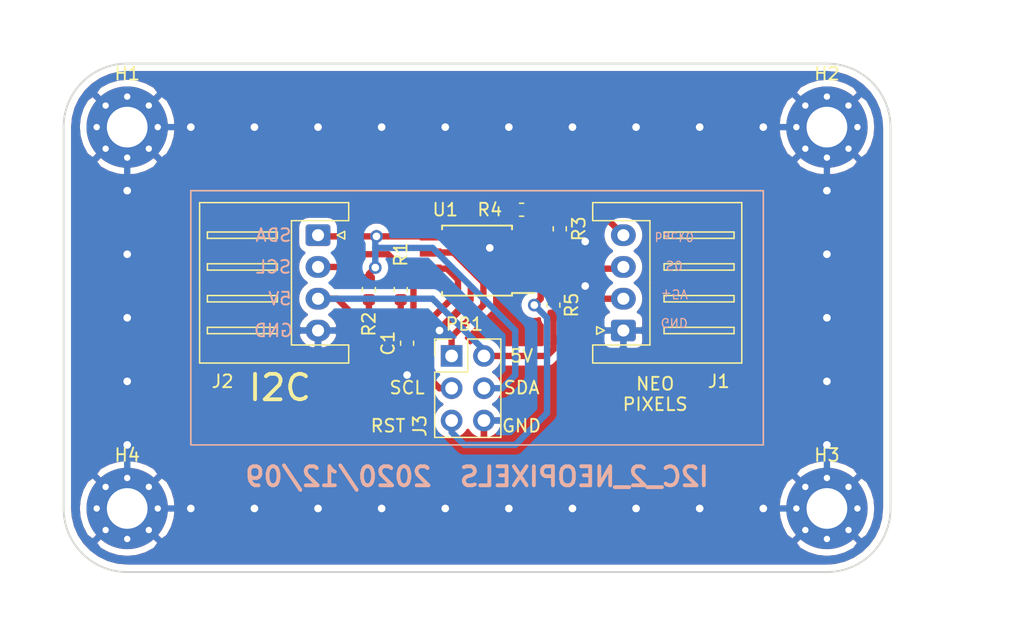
<source format=kicad_pcb>
(kicad_pcb (version 20171130) (host pcbnew "(5.1.6)-1")

  (general
    (thickness 1.6)
    (drawings 74)
    (tracks 162)
    (zones 0)
    (modules 14)
    (nets 10)
  )

  (page A4)
  (layers
    (0 F.Cu signal)
    (31 B.Cu signal)
    (32 B.Adhes user hide)
    (33 F.Adhes user hide)
    (34 B.Paste user hide)
    (35 F.Paste user hide)
    (36 B.SilkS user)
    (37 F.SilkS user)
    (38 B.Mask user hide)
    (39 F.Mask user hide)
    (40 Dwgs.User user hide)
    (41 Cmts.User user hide)
    (42 Eco1.User user hide)
    (43 Eco2.User user hide)
    (44 Edge.Cuts user)
    (45 Margin user hide)
    (46 B.CrtYd user)
    (47 F.CrtYd user)
    (48 B.Fab user hide)
    (49 F.Fab user hide)
  )

  (setup
    (last_trace_width 0.5)
    (trace_clearance 0.3)
    (zone_clearance 0.508)
    (zone_45_only no)
    (trace_min 0.2)
    (via_size 1)
    (via_drill 0.6)
    (via_min_size 0.4)
    (via_min_drill 0.3)
    (uvia_size 0.3)
    (uvia_drill 0.1)
    (uvias_allowed no)
    (uvia_min_size 0.2)
    (uvia_min_drill 0.1)
    (edge_width 0.05)
    (segment_width 0.2)
    (pcb_text_width 0.3)
    (pcb_text_size 1.5 1.5)
    (mod_edge_width 0.12)
    (mod_text_size 1 1)
    (mod_text_width 0.15)
    (pad_size 8.5 8.5)
    (pad_drill 4.3)
    (pad_to_mask_clearance 0.05)
    (aux_axis_origin 0 0)
    (visible_elements 7FFFFF7F)
    (pcbplotparams
      (layerselection 0x310fc_ffffffff)
      (usegerberextensions false)
      (usegerberattributes true)
      (usegerberadvancedattributes true)
      (creategerberjobfile false)
      (excludeedgelayer false)
      (linewidth 0.100000)
      (plotframeref false)
      (viasonmask false)
      (mode 1)
      (useauxorigin true)
      (hpglpennumber 1)
      (hpglpenspeed 20)
      (hpglpendiameter 15.000000)
      (psnegative false)
      (psa4output false)
      (plotreference true)
      (plotvalue true)
      (plotinvisibletext false)
      (padsonsilk true)
      (subtractmaskfromsilk false)
      (outputformat 1)
      (mirror false)
      (drillshape 0)
      (scaleselection 1)
      (outputdirectory "gerbers/"))
  )

  (net 0 "")
  (net 1 GND)
  (net 2 S0)
  (net 3 back0)
  (net 4 5V)
  (net 5 SCL)
  (net 6 SDA)
  (net 7 PB1)
  (net 8 RST)
  (net 9 "Net-(R3-Pad1)")

  (net_class Default "This is the default net class."
    (clearance 0.3)
    (trace_width 0.5)
    (via_dia 1)
    (via_drill 0.6)
    (uvia_dia 0.3)
    (uvia_drill 0.1)
    (add_net 5V)
    (add_net GND)
    (add_net "Net-(R3-Pad1)")
    (add_net PB1)
    (add_net RST)
    (add_net S0)
    (add_net SCL)
    (add_net SDA)
    (add_net back0)
  )

  (module Capacitor_SMD:C_0603_1608Metric (layer F.Cu) (tedit 5B301BBE) (tstamp 5FD065B2)
    (at 127 77 270)
    (descr "Capacitor SMD 0603 (1608 Metric), square (rectangular) end terminal, IPC_7351 nominal, (Body size source: http://www.tortai-tech.com/upload/download/2011102023233369053.pdf), generated with kicad-footprint-generator")
    (tags capacitor)
    (path /5FD1422D)
    (attr smd)
    (fp_text reference C1 (at 0 1.5 90) (layer F.SilkS)
      (effects (font (size 1 1) (thickness 0.15)))
    )
    (fp_text value 100nF (at 0 1.43 90) (layer F.Fab)
      (effects (font (size 1 1) (thickness 0.15)))
    )
    (fp_line (start 1.48 0.73) (end -1.48 0.73) (layer F.CrtYd) (width 0.05))
    (fp_line (start 1.48 -0.73) (end 1.48 0.73) (layer F.CrtYd) (width 0.05))
    (fp_line (start -1.48 -0.73) (end 1.48 -0.73) (layer F.CrtYd) (width 0.05))
    (fp_line (start -1.48 0.73) (end -1.48 -0.73) (layer F.CrtYd) (width 0.05))
    (fp_line (start -0.162779 0.51) (end 0.162779 0.51) (layer F.SilkS) (width 0.12))
    (fp_line (start -0.162779 -0.51) (end 0.162779 -0.51) (layer F.SilkS) (width 0.12))
    (fp_line (start 0.8 0.4) (end -0.8 0.4) (layer F.Fab) (width 0.1))
    (fp_line (start 0.8 -0.4) (end 0.8 0.4) (layer F.Fab) (width 0.1))
    (fp_line (start -0.8 -0.4) (end 0.8 -0.4) (layer F.Fab) (width 0.1))
    (fp_line (start -0.8 0.4) (end -0.8 -0.4) (layer F.Fab) (width 0.1))
    (fp_text user %R (at 0 0 90) (layer F.Fab)
      (effects (font (size 0.4 0.4) (thickness 0.06)))
    )
    (pad 1 smd roundrect (at -0.7875 0 270) (size 0.875 0.95) (layers F.Cu F.Paste F.Mask) (roundrect_rratio 0.25)
      (net 4 5V))
    (pad 2 smd roundrect (at 0.7875 0 270) (size 0.875 0.95) (layers F.Cu F.Paste F.Mask) (roundrect_rratio 0.25)
      (net 1 GND))
    (model ${KISYS3DMOD}/Capacitor_SMD.3dshapes/C_0603_1608Metric.wrl
      (at (xyz 0 0 0))
      (scale (xyz 1 1 1))
      (rotate (xyz 0 0 0))
    )
  )

  (module MountingHole:MountingHole_3.2mm_M3_Pad_Via (layer F.Cu) (tedit 56DDBCCA) (tstamp 5FD065C2)
    (at 105 60)
    (descr "Mounting Hole 3.2mm, M3")
    (tags "mounting hole 3.2mm m3")
    (path /5FD1B923)
    (attr virtual)
    (fp_text reference H1 (at 0 -4.2) (layer F.SilkS)
      (effects (font (size 1 1) (thickness 0.15)))
    )
    (fp_text value MountingHole_Pad (at 0 4.2) (layer F.Fab)
      (effects (font (size 1 1) (thickness 0.15)))
    )
    (fp_circle (center 0 0) (end 3.45 0) (layer F.CrtYd) (width 0.05))
    (fp_circle (center 0 0) (end 3.2 0) (layer Cmts.User) (width 0.15))
    (fp_text user %R (at 0.3 0) (layer F.Fab)
      (effects (font (size 1 1) (thickness 0.15)))
    )
    (pad 1 thru_hole circle (at 0 0) (size 6.4 6.4) (drill 3.2) (layers *.Cu *.Mask)
      (net 1 GND))
    (pad 1 thru_hole circle (at 2.4 0) (size 0.8 0.8) (drill 0.5) (layers *.Cu *.Mask)
      (net 1 GND))
    (pad 1 thru_hole circle (at 1.697056 1.697056) (size 0.8 0.8) (drill 0.5) (layers *.Cu *.Mask)
      (net 1 GND))
    (pad 1 thru_hole circle (at 0 2.4) (size 0.8 0.8) (drill 0.5) (layers *.Cu *.Mask)
      (net 1 GND))
    (pad 1 thru_hole circle (at -1.697056 1.697056) (size 0.8 0.8) (drill 0.5) (layers *.Cu *.Mask)
      (net 1 GND))
    (pad 1 thru_hole circle (at -2.4 0) (size 0.8 0.8) (drill 0.5) (layers *.Cu *.Mask)
      (net 1 GND))
    (pad 1 thru_hole circle (at -1.697056 -1.697056) (size 0.8 0.8) (drill 0.5) (layers *.Cu *.Mask)
      (net 1 GND))
    (pad 1 thru_hole circle (at 0 -2.4) (size 0.8 0.8) (drill 0.5) (layers *.Cu *.Mask)
      (net 1 GND))
    (pad 1 thru_hole circle (at 1.697056 -1.697056) (size 0.8 0.8) (drill 0.5) (layers *.Cu *.Mask)
      (net 1 GND))
  )

  (module MountingHole:MountingHole_3.2mm_M3_Pad_Via (layer F.Cu) (tedit 56DDBCCA) (tstamp 5FD065D2)
    (at 160 60)
    (descr "Mounting Hole 3.2mm, M3")
    (tags "mounting hole 3.2mm m3")
    (path /5FD1B93D)
    (attr virtual)
    (fp_text reference H2 (at 0 -4.2) (layer F.SilkS)
      (effects (font (size 1 1) (thickness 0.15)))
    )
    (fp_text value MountingHole_Pad (at 0 4.2) (layer F.Fab)
      (effects (font (size 1 1) (thickness 0.15)))
    )
    (fp_circle (center 0 0) (end 3.2 0) (layer Cmts.User) (width 0.15))
    (fp_circle (center 0 0) (end 3.45 0) (layer F.CrtYd) (width 0.05))
    (fp_text user %R (at 0.3 0) (layer F.Fab)
      (effects (font (size 1 1) (thickness 0.15)))
    )
    (pad 1 thru_hole circle (at 1.697056 -1.697056) (size 0.8 0.8) (drill 0.5) (layers *.Cu *.Mask)
      (net 1 GND))
    (pad 1 thru_hole circle (at 0 -2.4) (size 0.8 0.8) (drill 0.5) (layers *.Cu *.Mask)
      (net 1 GND))
    (pad 1 thru_hole circle (at -1.697056 -1.697056) (size 0.8 0.8) (drill 0.5) (layers *.Cu *.Mask)
      (net 1 GND))
    (pad 1 thru_hole circle (at -2.4 0) (size 0.8 0.8) (drill 0.5) (layers *.Cu *.Mask)
      (net 1 GND))
    (pad 1 thru_hole circle (at -1.697056 1.697056) (size 0.8 0.8) (drill 0.5) (layers *.Cu *.Mask)
      (net 1 GND))
    (pad 1 thru_hole circle (at 0 2.4) (size 0.8 0.8) (drill 0.5) (layers *.Cu *.Mask)
      (net 1 GND))
    (pad 1 thru_hole circle (at 1.697056 1.697056) (size 0.8 0.8) (drill 0.5) (layers *.Cu *.Mask)
      (net 1 GND))
    (pad 1 thru_hole circle (at 2.4 0) (size 0.8 0.8) (drill 0.5) (layers *.Cu *.Mask)
      (net 1 GND))
    (pad 1 thru_hole circle (at 0 0) (size 6.4 6.4) (drill 3.2) (layers *.Cu *.Mask)
      (net 1 GND))
  )

  (module MountingHole:MountingHole_3.2mm_M3_Pad_Via (layer F.Cu) (tedit 56DDBCCA) (tstamp 5FD065E2)
    (at 160 90)
    (descr "Mounting Hole 3.2mm, M3")
    (tags "mounting hole 3.2mm m3")
    (path /5FD1B930)
    (attr virtual)
    (fp_text reference H3 (at 0 -4.2) (layer F.SilkS)
      (effects (font (size 1 1) (thickness 0.15)))
    )
    (fp_text value MountingHole_Pad (at 0 4.2) (layer F.Fab)
      (effects (font (size 1 1) (thickness 0.15)))
    )
    (fp_circle (center 0 0) (end 3.2 0) (layer Cmts.User) (width 0.15))
    (fp_circle (center 0 0) (end 3.45 0) (layer F.CrtYd) (width 0.05))
    (fp_text user %R (at 0.3 0) (layer F.Fab)
      (effects (font (size 1 1) (thickness 0.15)))
    )
    (pad 1 thru_hole circle (at 1.697056 -1.697056) (size 0.8 0.8) (drill 0.5) (layers *.Cu *.Mask)
      (net 1 GND))
    (pad 1 thru_hole circle (at 0 -2.4) (size 0.8 0.8) (drill 0.5) (layers *.Cu *.Mask)
      (net 1 GND))
    (pad 1 thru_hole circle (at -1.697056 -1.697056) (size 0.8 0.8) (drill 0.5) (layers *.Cu *.Mask)
      (net 1 GND))
    (pad 1 thru_hole circle (at -2.4 0) (size 0.8 0.8) (drill 0.5) (layers *.Cu *.Mask)
      (net 1 GND))
    (pad 1 thru_hole circle (at -1.697056 1.697056) (size 0.8 0.8) (drill 0.5) (layers *.Cu *.Mask)
      (net 1 GND))
    (pad 1 thru_hole circle (at 0 2.4) (size 0.8 0.8) (drill 0.5) (layers *.Cu *.Mask)
      (net 1 GND))
    (pad 1 thru_hole circle (at 1.697056 1.697056) (size 0.8 0.8) (drill 0.5) (layers *.Cu *.Mask)
      (net 1 GND))
    (pad 1 thru_hole circle (at 2.4 0) (size 0.8 0.8) (drill 0.5) (layers *.Cu *.Mask)
      (net 1 GND))
    (pad 1 thru_hole circle (at 0 0) (size 6.4 6.4) (drill 3.2) (layers *.Cu *.Mask)
      (net 1 GND))
  )

  (module MountingHole:MountingHole_3.2mm_M3_Pad_Via (layer F.Cu) (tedit 56DDBCCA) (tstamp 5FD065F2)
    (at 105 90)
    (descr "Mounting Hole 3.2mm, M3")
    (tags "mounting hole 3.2mm m3")
    (path /5FD1B94A)
    (attr virtual)
    (fp_text reference H4 (at 0 -4.2) (layer F.SilkS)
      (effects (font (size 1 1) (thickness 0.15)))
    )
    (fp_text value MountingHole_Pad (at 0 4.2) (layer F.Fab)
      (effects (font (size 1 1) (thickness 0.15)))
    )
    (fp_circle (center 0 0) (end 3.45 0) (layer F.CrtYd) (width 0.05))
    (fp_circle (center 0 0) (end 3.2 0) (layer Cmts.User) (width 0.15))
    (fp_text user %R (at 0.3 0) (layer F.Fab)
      (effects (font (size 1 1) (thickness 0.15)))
    )
    (pad 1 thru_hole circle (at 0 0) (size 6.4 6.4) (drill 3.2) (layers *.Cu *.Mask)
      (net 1 GND))
    (pad 1 thru_hole circle (at 2.4 0) (size 0.8 0.8) (drill 0.5) (layers *.Cu *.Mask)
      (net 1 GND))
    (pad 1 thru_hole circle (at 1.697056 1.697056) (size 0.8 0.8) (drill 0.5) (layers *.Cu *.Mask)
      (net 1 GND))
    (pad 1 thru_hole circle (at 0 2.4) (size 0.8 0.8) (drill 0.5) (layers *.Cu *.Mask)
      (net 1 GND))
    (pad 1 thru_hole circle (at -1.697056 1.697056) (size 0.8 0.8) (drill 0.5) (layers *.Cu *.Mask)
      (net 1 GND))
    (pad 1 thru_hole circle (at -2.4 0) (size 0.8 0.8) (drill 0.5) (layers *.Cu *.Mask)
      (net 1 GND))
    (pad 1 thru_hole circle (at -1.697056 -1.697056) (size 0.8 0.8) (drill 0.5) (layers *.Cu *.Mask)
      (net 1 GND))
    (pad 1 thru_hole circle (at 0 -2.4) (size 0.8 0.8) (drill 0.5) (layers *.Cu *.Mask)
      (net 1 GND))
    (pad 1 thru_hole circle (at 1.697056 -1.697056) (size 0.8 0.8) (drill 0.5) (layers *.Cu *.Mask)
      (net 1 GND))
  )

  (module Connector_JST:JST_XH_S4B-XH-A_1x04_P2.50mm_Horizontal (layer F.Cu) (tedit 5C281475) (tstamp 5FD06628)
    (at 144 76 90)
    (descr "JST XH series connector, S4B-XH-A (http://www.jst-mfg.com/product/pdf/eng/eXH.pdf), generated with kicad-footprint-generator")
    (tags "connector JST XH horizontal")
    (path /5FD090FB)
    (fp_text reference J1 (at -4 7.5 180) (layer F.SilkS)
      (effects (font (size 1 1) (thickness 0.15)))
    )
    (fp_text value Conn_01x04 (at 3.75 10.4 90) (layer F.Fab)
      (effects (font (size 1 1) (thickness 0.15)))
    )
    (fp_line (start 0 1.2) (end 0.625 2.2) (layer F.Fab) (width 0.1))
    (fp_line (start -0.625 2.2) (end 0 1.2) (layer F.Fab) (width 0.1))
    (fp_line (start 0.3 -2.1) (end 0 -1.5) (layer F.SilkS) (width 0.12))
    (fp_line (start -0.3 -2.1) (end 0.3 -2.1) (layer F.SilkS) (width 0.12))
    (fp_line (start 0 -1.5) (end -0.3 -2.1) (layer F.SilkS) (width 0.12))
    (fp_line (start 7.75 3.2) (end 7.25 3.2) (layer F.SilkS) (width 0.12))
    (fp_line (start 7.75 8.7) (end 7.75 3.2) (layer F.SilkS) (width 0.12))
    (fp_line (start 7.25 8.7) (end 7.75 8.7) (layer F.SilkS) (width 0.12))
    (fp_line (start 7.25 3.2) (end 7.25 8.7) (layer F.SilkS) (width 0.12))
    (fp_line (start 5.25 3.2) (end 4.75 3.2) (layer F.SilkS) (width 0.12))
    (fp_line (start 5.25 8.7) (end 5.25 3.2) (layer F.SilkS) (width 0.12))
    (fp_line (start 4.75 8.7) (end 5.25 8.7) (layer F.SilkS) (width 0.12))
    (fp_line (start 4.75 3.2) (end 4.75 8.7) (layer F.SilkS) (width 0.12))
    (fp_line (start 2.75 3.2) (end 2.25 3.2) (layer F.SilkS) (width 0.12))
    (fp_line (start 2.75 8.7) (end 2.75 3.2) (layer F.SilkS) (width 0.12))
    (fp_line (start 2.25 8.7) (end 2.75 8.7) (layer F.SilkS) (width 0.12))
    (fp_line (start 2.25 3.2) (end 2.25 8.7) (layer F.SilkS) (width 0.12))
    (fp_line (start 0.25 3.2) (end -0.25 3.2) (layer F.SilkS) (width 0.12))
    (fp_line (start 0.25 8.7) (end 0.25 3.2) (layer F.SilkS) (width 0.12))
    (fp_line (start -0.25 8.7) (end 0.25 8.7) (layer F.SilkS) (width 0.12))
    (fp_line (start -0.25 3.2) (end -0.25 8.7) (layer F.SilkS) (width 0.12))
    (fp_line (start 8.75 2.2) (end 3.75 2.2) (layer F.Fab) (width 0.1))
    (fp_line (start 8.75 -2.3) (end 8.75 2.2) (layer F.Fab) (width 0.1))
    (fp_line (start 9.95 -2.3) (end 8.75 -2.3) (layer F.Fab) (width 0.1))
    (fp_line (start 9.95 9.2) (end 9.95 -2.3) (layer F.Fab) (width 0.1))
    (fp_line (start 3.75 9.2) (end 9.95 9.2) (layer F.Fab) (width 0.1))
    (fp_line (start -1.25 2.2) (end 3.75 2.2) (layer F.Fab) (width 0.1))
    (fp_line (start -1.25 -2.3) (end -1.25 2.2) (layer F.Fab) (width 0.1))
    (fp_line (start -2.45 -2.3) (end -1.25 -2.3) (layer F.Fab) (width 0.1))
    (fp_line (start -2.45 9.2) (end -2.45 -2.3) (layer F.Fab) (width 0.1))
    (fp_line (start 3.75 9.2) (end -2.45 9.2) (layer F.Fab) (width 0.1))
    (fp_line (start 8.64 2.09) (end 3.75 2.09) (layer F.SilkS) (width 0.12))
    (fp_line (start 8.64 -2.41) (end 8.64 2.09) (layer F.SilkS) (width 0.12))
    (fp_line (start 10.06 -2.41) (end 8.64 -2.41) (layer F.SilkS) (width 0.12))
    (fp_line (start 10.06 9.31) (end 10.06 -2.41) (layer F.SilkS) (width 0.12))
    (fp_line (start 3.75 9.31) (end 10.06 9.31) (layer F.SilkS) (width 0.12))
    (fp_line (start -1.14 2.09) (end 3.75 2.09) (layer F.SilkS) (width 0.12))
    (fp_line (start -1.14 -2.41) (end -1.14 2.09) (layer F.SilkS) (width 0.12))
    (fp_line (start -2.56 -2.41) (end -1.14 -2.41) (layer F.SilkS) (width 0.12))
    (fp_line (start -2.56 9.31) (end -2.56 -2.41) (layer F.SilkS) (width 0.12))
    (fp_line (start 3.75 9.31) (end -2.56 9.31) (layer F.SilkS) (width 0.12))
    (fp_line (start 10.45 -2.8) (end -2.95 -2.8) (layer F.CrtYd) (width 0.05))
    (fp_line (start 10.45 9.7) (end 10.45 -2.8) (layer F.CrtYd) (width 0.05))
    (fp_line (start -2.95 9.7) (end 10.45 9.7) (layer F.CrtYd) (width 0.05))
    (fp_line (start -2.95 -2.8) (end -2.95 9.7) (layer F.CrtYd) (width 0.05))
    (fp_text user %R (at 3.75 3.45 90) (layer F.Fab)
      (effects (font (size 1 1) (thickness 0.15)))
    )
    (pad 1 thru_hole roundrect (at 0 0 90) (size 1.7 1.95) (drill 0.95) (layers *.Cu *.Mask) (roundrect_rratio 0.147059)
      (net 1 GND))
    (pad 2 thru_hole oval (at 2.5 0 90) (size 1.7 1.95) (drill 0.95) (layers *.Cu *.Mask)
      (net 4 5V))
    (pad 3 thru_hole oval (at 5 0 90) (size 1.7 1.95) (drill 0.95) (layers *.Cu *.Mask)
      (net 2 S0))
    (pad 4 thru_hole oval (at 7.5 0 90) (size 1.7 1.95) (drill 0.95) (layers *.Cu *.Mask)
      (net 3 back0))
    (model ${KISYS3DMOD}/Connector_JST.3dshapes/JST_XH_S4B-XH-A_1x04_P2.50mm_Horizontal.wrl
      (at (xyz 0 0 0))
      (scale (xyz 1 1 1))
      (rotate (xyz 0 0 0))
    )
  )

  (module Connector_JST:JST_XH_S4B-XH-A_1x04_P2.50mm_Horizontal (layer F.Cu) (tedit 5C281475) (tstamp 5FD0665E)
    (at 120 68.5 270)
    (descr "JST XH series connector, S4B-XH-A (http://www.jst-mfg.com/product/pdf/eng/eXH.pdf), generated with kicad-footprint-generator")
    (tags "connector JST XH horizontal")
    (path /5FD0D0C9)
    (fp_text reference J2 (at 11.5 7.5 180) (layer F.SilkS)
      (effects (font (size 1 1) (thickness 0.15)))
    )
    (fp_text value Conn_01x04 (at 3.75 10.4 90) (layer F.Fab)
      (effects (font (size 1 1) (thickness 0.15)))
    )
    (fp_line (start -2.95 -2.8) (end -2.95 9.7) (layer F.CrtYd) (width 0.05))
    (fp_line (start -2.95 9.7) (end 10.45 9.7) (layer F.CrtYd) (width 0.05))
    (fp_line (start 10.45 9.7) (end 10.45 -2.8) (layer F.CrtYd) (width 0.05))
    (fp_line (start 10.45 -2.8) (end -2.95 -2.8) (layer F.CrtYd) (width 0.05))
    (fp_line (start 3.75 9.31) (end -2.56 9.31) (layer F.SilkS) (width 0.12))
    (fp_line (start -2.56 9.31) (end -2.56 -2.41) (layer F.SilkS) (width 0.12))
    (fp_line (start -2.56 -2.41) (end -1.14 -2.41) (layer F.SilkS) (width 0.12))
    (fp_line (start -1.14 -2.41) (end -1.14 2.09) (layer F.SilkS) (width 0.12))
    (fp_line (start -1.14 2.09) (end 3.75 2.09) (layer F.SilkS) (width 0.12))
    (fp_line (start 3.75 9.31) (end 10.06 9.31) (layer F.SilkS) (width 0.12))
    (fp_line (start 10.06 9.31) (end 10.06 -2.41) (layer F.SilkS) (width 0.12))
    (fp_line (start 10.06 -2.41) (end 8.64 -2.41) (layer F.SilkS) (width 0.12))
    (fp_line (start 8.64 -2.41) (end 8.64 2.09) (layer F.SilkS) (width 0.12))
    (fp_line (start 8.64 2.09) (end 3.75 2.09) (layer F.SilkS) (width 0.12))
    (fp_line (start 3.75 9.2) (end -2.45 9.2) (layer F.Fab) (width 0.1))
    (fp_line (start -2.45 9.2) (end -2.45 -2.3) (layer F.Fab) (width 0.1))
    (fp_line (start -2.45 -2.3) (end -1.25 -2.3) (layer F.Fab) (width 0.1))
    (fp_line (start -1.25 -2.3) (end -1.25 2.2) (layer F.Fab) (width 0.1))
    (fp_line (start -1.25 2.2) (end 3.75 2.2) (layer F.Fab) (width 0.1))
    (fp_line (start 3.75 9.2) (end 9.95 9.2) (layer F.Fab) (width 0.1))
    (fp_line (start 9.95 9.2) (end 9.95 -2.3) (layer F.Fab) (width 0.1))
    (fp_line (start 9.95 -2.3) (end 8.75 -2.3) (layer F.Fab) (width 0.1))
    (fp_line (start 8.75 -2.3) (end 8.75 2.2) (layer F.Fab) (width 0.1))
    (fp_line (start 8.75 2.2) (end 3.75 2.2) (layer F.Fab) (width 0.1))
    (fp_line (start -0.25 3.2) (end -0.25 8.7) (layer F.SilkS) (width 0.12))
    (fp_line (start -0.25 8.7) (end 0.25 8.7) (layer F.SilkS) (width 0.12))
    (fp_line (start 0.25 8.7) (end 0.25 3.2) (layer F.SilkS) (width 0.12))
    (fp_line (start 0.25 3.2) (end -0.25 3.2) (layer F.SilkS) (width 0.12))
    (fp_line (start 2.25 3.2) (end 2.25 8.7) (layer F.SilkS) (width 0.12))
    (fp_line (start 2.25 8.7) (end 2.75 8.7) (layer F.SilkS) (width 0.12))
    (fp_line (start 2.75 8.7) (end 2.75 3.2) (layer F.SilkS) (width 0.12))
    (fp_line (start 2.75 3.2) (end 2.25 3.2) (layer F.SilkS) (width 0.12))
    (fp_line (start 4.75 3.2) (end 4.75 8.7) (layer F.SilkS) (width 0.12))
    (fp_line (start 4.75 8.7) (end 5.25 8.7) (layer F.SilkS) (width 0.12))
    (fp_line (start 5.25 8.7) (end 5.25 3.2) (layer F.SilkS) (width 0.12))
    (fp_line (start 5.25 3.2) (end 4.75 3.2) (layer F.SilkS) (width 0.12))
    (fp_line (start 7.25 3.2) (end 7.25 8.7) (layer F.SilkS) (width 0.12))
    (fp_line (start 7.25 8.7) (end 7.75 8.7) (layer F.SilkS) (width 0.12))
    (fp_line (start 7.75 8.7) (end 7.75 3.2) (layer F.SilkS) (width 0.12))
    (fp_line (start 7.75 3.2) (end 7.25 3.2) (layer F.SilkS) (width 0.12))
    (fp_line (start 0 -1.5) (end -0.3 -2.1) (layer F.SilkS) (width 0.12))
    (fp_line (start -0.3 -2.1) (end 0.3 -2.1) (layer F.SilkS) (width 0.12))
    (fp_line (start 0.3 -2.1) (end 0 -1.5) (layer F.SilkS) (width 0.12))
    (fp_line (start -0.625 2.2) (end 0 1.2) (layer F.Fab) (width 0.1))
    (fp_line (start 0 1.2) (end 0.625 2.2) (layer F.Fab) (width 0.1))
    (fp_text user %R (at 3.75 3.45 90) (layer F.Fab)
      (effects (font (size 1 1) (thickness 0.15)))
    )
    (pad 4 thru_hole oval (at 7.5 0 270) (size 1.7 1.95) (drill 0.95) (layers *.Cu *.Mask)
      (net 1 GND))
    (pad 3 thru_hole oval (at 5 0 270) (size 1.7 1.95) (drill 0.95) (layers *.Cu *.Mask)
      (net 4 5V))
    (pad 2 thru_hole oval (at 2.5 0 270) (size 1.7 1.95) (drill 0.95) (layers *.Cu *.Mask)
      (net 5 SCL))
    (pad 1 thru_hole roundrect (at 0 0 270) (size 1.7 1.95) (drill 0.95) (layers *.Cu *.Mask) (roundrect_rratio 0.147059)
      (net 6 SDA))
    (model ${KISYS3DMOD}/Connector_JST.3dshapes/JST_XH_S4B-XH-A_1x04_P2.50mm_Horizontal.wrl
      (at (xyz 0 0 0))
      (scale (xyz 1 1 1))
      (rotate (xyz 0 0 0))
    )
  )

  (module Connector_PinHeader_2.54mm:PinHeader_2x03_P2.54mm_Vertical (layer F.Cu) (tedit 59FED5CC) (tstamp 5FD0667A)
    (at 130.5 78)
    (descr "Through hole straight pin header, 2x03, 2.54mm pitch, double rows")
    (tags "Through hole pin header THT 2x03 2.54mm double row")
    (path /5FD1ADD8)
    (fp_text reference J3 (at -2.5 5.5 90) (layer F.SilkS)
      (effects (font (size 1 1) (thickness 0.15)))
    )
    (fp_text value Conn_02x03_Odd_Even (at 1.27 7.41) (layer F.Fab)
      (effects (font (size 1 1) (thickness 0.15)))
    )
    (fp_line (start 4.35 -1.8) (end -1.8 -1.8) (layer F.CrtYd) (width 0.05))
    (fp_line (start 4.35 6.85) (end 4.35 -1.8) (layer F.CrtYd) (width 0.05))
    (fp_line (start -1.8 6.85) (end 4.35 6.85) (layer F.CrtYd) (width 0.05))
    (fp_line (start -1.8 -1.8) (end -1.8 6.85) (layer F.CrtYd) (width 0.05))
    (fp_line (start -1.33 -1.33) (end 0 -1.33) (layer F.SilkS) (width 0.12))
    (fp_line (start -1.33 0) (end -1.33 -1.33) (layer F.SilkS) (width 0.12))
    (fp_line (start 1.27 -1.33) (end 3.87 -1.33) (layer F.SilkS) (width 0.12))
    (fp_line (start 1.27 1.27) (end 1.27 -1.33) (layer F.SilkS) (width 0.12))
    (fp_line (start -1.33 1.27) (end 1.27 1.27) (layer F.SilkS) (width 0.12))
    (fp_line (start 3.87 -1.33) (end 3.87 6.41) (layer F.SilkS) (width 0.12))
    (fp_line (start -1.33 1.27) (end -1.33 6.41) (layer F.SilkS) (width 0.12))
    (fp_line (start -1.33 6.41) (end 3.87 6.41) (layer F.SilkS) (width 0.12))
    (fp_line (start -1.27 0) (end 0 -1.27) (layer F.Fab) (width 0.1))
    (fp_line (start -1.27 6.35) (end -1.27 0) (layer F.Fab) (width 0.1))
    (fp_line (start 3.81 6.35) (end -1.27 6.35) (layer F.Fab) (width 0.1))
    (fp_line (start 3.81 -1.27) (end 3.81 6.35) (layer F.Fab) (width 0.1))
    (fp_line (start 0 -1.27) (end 3.81 -1.27) (layer F.Fab) (width 0.1))
    (fp_text user %R (at 1.27 2.54 90) (layer F.Fab)
      (effects (font (size 1 1) (thickness 0.15)))
    )
    (pad 1 thru_hole rect (at 0 0) (size 1.7 1.7) (drill 1) (layers *.Cu *.Mask)
      (net 7 PB1))
    (pad 2 thru_hole oval (at 2.54 0) (size 1.7 1.7) (drill 1) (layers *.Cu *.Mask)
      (net 4 5V))
    (pad 3 thru_hole oval (at 0 2.54) (size 1.7 1.7) (drill 1) (layers *.Cu *.Mask)
      (net 5 SCL))
    (pad 4 thru_hole oval (at 2.54 2.54) (size 1.7 1.7) (drill 1) (layers *.Cu *.Mask)
      (net 6 SDA))
    (pad 5 thru_hole oval (at 0 5.08) (size 1.7 1.7) (drill 1) (layers *.Cu *.Mask)
      (net 8 RST))
    (pad 6 thru_hole oval (at 2.54 5.08) (size 1.7 1.7) (drill 1) (layers *.Cu *.Mask)
      (net 1 GND))
    (model ${KISYS3DMOD}/Connector_PinHeader_2.54mm.3dshapes/PinHeader_2x03_P2.54mm_Vertical.wrl
      (at (xyz 0 0 0))
      (scale (xyz 1 1 1))
      (rotate (xyz 0 0 0))
    )
  )

  (module Resistor_SMD:R_0603_1608Metric (layer F.Cu) (tedit 5B301BBD) (tstamp 5FD066AB)
    (at 126.5 72.7875 90)
    (descr "Resistor SMD 0603 (1608 Metric), square (rectangular) end terminal, IPC_7351 nominal, (Body size source: http://www.tortai-tech.com/upload/download/2011102023233369053.pdf), generated with kicad-footprint-generator")
    (tags resistor)
    (path /5FD12A3C)
    (attr smd)
    (fp_text reference R1 (at 2.7875 0 90) (layer F.SilkS)
      (effects (font (size 1 1) (thickness 0.15)))
    )
    (fp_text value 2k2 (at 0 1.43 90) (layer F.Fab)
      (effects (font (size 1 1) (thickness 0.15)))
    )
    (fp_line (start -0.8 0.4) (end -0.8 -0.4) (layer F.Fab) (width 0.1))
    (fp_line (start -0.8 -0.4) (end 0.8 -0.4) (layer F.Fab) (width 0.1))
    (fp_line (start 0.8 -0.4) (end 0.8 0.4) (layer F.Fab) (width 0.1))
    (fp_line (start 0.8 0.4) (end -0.8 0.4) (layer F.Fab) (width 0.1))
    (fp_line (start -0.162779 -0.51) (end 0.162779 -0.51) (layer F.SilkS) (width 0.12))
    (fp_line (start -0.162779 0.51) (end 0.162779 0.51) (layer F.SilkS) (width 0.12))
    (fp_line (start -1.48 0.73) (end -1.48 -0.73) (layer F.CrtYd) (width 0.05))
    (fp_line (start -1.48 -0.73) (end 1.48 -0.73) (layer F.CrtYd) (width 0.05))
    (fp_line (start 1.48 -0.73) (end 1.48 0.73) (layer F.CrtYd) (width 0.05))
    (fp_line (start 1.48 0.73) (end -1.48 0.73) (layer F.CrtYd) (width 0.05))
    (fp_text user %R (at 0 0 90) (layer F.Fab)
      (effects (font (size 0.4 0.4) (thickness 0.06)))
    )
    (pad 2 smd roundrect (at 0.7875 0 90) (size 0.875 0.95) (layers F.Cu F.Paste F.Mask) (roundrect_rratio 0.25)
      (net 5 SCL))
    (pad 1 smd roundrect (at -0.7875 0 90) (size 0.875 0.95) (layers F.Cu F.Paste F.Mask) (roundrect_rratio 0.25)
      (net 4 5V))
    (model ${KISYS3DMOD}/Resistor_SMD.3dshapes/R_0603_1608Metric.wrl
      (at (xyz 0 0 0))
      (scale (xyz 1 1 1))
      (rotate (xyz 0 0 0))
    )
  )

  (module Resistor_SMD:R_0603_1608Metric (layer F.Cu) (tedit 5B301BBD) (tstamp 5FD066BC)
    (at 124 72.7875 90)
    (descr "Resistor SMD 0603 (1608 Metric), square (rectangular) end terminal, IPC_7351 nominal, (Body size source: http://www.tortai-tech.com/upload/download/2011102023233369053.pdf), generated with kicad-footprint-generator")
    (tags resistor)
    (path /5FD12F21)
    (attr smd)
    (fp_text reference R2 (at -2.7125 0 90) (layer F.SilkS)
      (effects (font (size 1 1) (thickness 0.15)))
    )
    (fp_text value 2k2 (at 0 1.43 90) (layer F.Fab)
      (effects (font (size 1 1) (thickness 0.15)))
    )
    (fp_line (start 1.48 0.73) (end -1.48 0.73) (layer F.CrtYd) (width 0.05))
    (fp_line (start 1.48 -0.73) (end 1.48 0.73) (layer F.CrtYd) (width 0.05))
    (fp_line (start -1.48 -0.73) (end 1.48 -0.73) (layer F.CrtYd) (width 0.05))
    (fp_line (start -1.48 0.73) (end -1.48 -0.73) (layer F.CrtYd) (width 0.05))
    (fp_line (start -0.162779 0.51) (end 0.162779 0.51) (layer F.SilkS) (width 0.12))
    (fp_line (start -0.162779 -0.51) (end 0.162779 -0.51) (layer F.SilkS) (width 0.12))
    (fp_line (start 0.8 0.4) (end -0.8 0.4) (layer F.Fab) (width 0.1))
    (fp_line (start 0.8 -0.4) (end 0.8 0.4) (layer F.Fab) (width 0.1))
    (fp_line (start -0.8 -0.4) (end 0.8 -0.4) (layer F.Fab) (width 0.1))
    (fp_line (start -0.8 0.4) (end -0.8 -0.4) (layer F.Fab) (width 0.1))
    (fp_text user %R (at 0 0 90) (layer F.Fab)
      (effects (font (size 0.4 0.4) (thickness 0.06)))
    )
    (pad 1 smd roundrect (at -0.7875 0 90) (size 0.875 0.95) (layers F.Cu F.Paste F.Mask) (roundrect_rratio 0.25)
      (net 4 5V))
    (pad 2 smd roundrect (at 0.7875 0 90) (size 0.875 0.95) (layers F.Cu F.Paste F.Mask) (roundrect_rratio 0.25)
      (net 6 SDA))
    (model ${KISYS3DMOD}/Resistor_SMD.3dshapes/R_0603_1608Metric.wrl
      (at (xyz 0 0 0))
      (scale (xyz 1 1 1))
      (rotate (xyz 0 0 0))
    )
  )

  (module Resistor_SMD:R_0603_1608Metric (layer F.Cu) (tedit 5B301BBD) (tstamp 5FD066CD)
    (at 139 68 90)
    (descr "Resistor SMD 0603 (1608 Metric), square (rectangular) end terminal, IPC_7351 nominal, (Body size source: http://www.tortai-tech.com/upload/download/2011102023233369053.pdf), generated with kicad-footprint-generator")
    (tags resistor)
    (path /5FD16A76)
    (attr smd)
    (fp_text reference R3 (at 0 1.5 90) (layer F.SilkS)
      (effects (font (size 1 1) (thickness 0.15)))
    )
    (fp_text value 0 (at 0 1.43 90) (layer F.Fab)
      (effects (font (size 1 1) (thickness 0.15)))
    )
    (fp_line (start -0.8 0.4) (end -0.8 -0.4) (layer F.Fab) (width 0.1))
    (fp_line (start -0.8 -0.4) (end 0.8 -0.4) (layer F.Fab) (width 0.1))
    (fp_line (start 0.8 -0.4) (end 0.8 0.4) (layer F.Fab) (width 0.1))
    (fp_line (start 0.8 0.4) (end -0.8 0.4) (layer F.Fab) (width 0.1))
    (fp_line (start -0.162779 -0.51) (end 0.162779 -0.51) (layer F.SilkS) (width 0.12))
    (fp_line (start -0.162779 0.51) (end 0.162779 0.51) (layer F.SilkS) (width 0.12))
    (fp_line (start -1.48 0.73) (end -1.48 -0.73) (layer F.CrtYd) (width 0.05))
    (fp_line (start -1.48 -0.73) (end 1.48 -0.73) (layer F.CrtYd) (width 0.05))
    (fp_line (start 1.48 -0.73) (end 1.48 0.73) (layer F.CrtYd) (width 0.05))
    (fp_line (start 1.48 0.73) (end -1.48 0.73) (layer F.CrtYd) (width 0.05))
    (fp_text user %R (at 0 0 90) (layer F.Fab)
      (effects (font (size 0.4 0.4) (thickness 0.06)))
    )
    (pad 2 smd roundrect (at 0.7875 0 90) (size 0.875 0.95) (layers F.Cu F.Paste F.Mask) (roundrect_rratio 0.25)
      (net 3 back0))
    (pad 1 smd roundrect (at -0.7875 0 90) (size 0.875 0.95) (layers F.Cu F.Paste F.Mask) (roundrect_rratio 0.25)
      (net 9 "Net-(R3-Pad1)"))
    (model ${KISYS3DMOD}/Resistor_SMD.3dshapes/R_0603_1608Metric.wrl
      (at (xyz 0 0 0))
      (scale (xyz 1 1 1))
      (rotate (xyz 0 0 0))
    )
  )

  (module Resistor_SMD:R_0603_1608Metric (layer F.Cu) (tedit 5B301BBD) (tstamp 5FD066DE)
    (at 136 66.5)
    (descr "Resistor SMD 0603 (1608 Metric), square (rectangular) end terminal, IPC_7351 nominal, (Body size source: http://www.tortai-tech.com/upload/download/2011102023233369053.pdf), generated with kicad-footprint-generator")
    (tags resistor)
    (path /5FD16ED3)
    (attr smd)
    (fp_text reference R4 (at -2.5 0) (layer F.SilkS)
      (effects (font (size 1 1) (thickness 0.15)))
    )
    (fp_text value 0 (at 0 1.43) (layer F.Fab)
      (effects (font (size 1 1) (thickness 0.15)))
    )
    (fp_line (start 1.48 0.73) (end -1.48 0.73) (layer F.CrtYd) (width 0.05))
    (fp_line (start 1.48 -0.73) (end 1.48 0.73) (layer F.CrtYd) (width 0.05))
    (fp_line (start -1.48 -0.73) (end 1.48 -0.73) (layer F.CrtYd) (width 0.05))
    (fp_line (start -1.48 0.73) (end -1.48 -0.73) (layer F.CrtYd) (width 0.05))
    (fp_line (start -0.162779 0.51) (end 0.162779 0.51) (layer F.SilkS) (width 0.12))
    (fp_line (start -0.162779 -0.51) (end 0.162779 -0.51) (layer F.SilkS) (width 0.12))
    (fp_line (start 0.8 0.4) (end -0.8 0.4) (layer F.Fab) (width 0.1))
    (fp_line (start 0.8 -0.4) (end 0.8 0.4) (layer F.Fab) (width 0.1))
    (fp_line (start -0.8 -0.4) (end 0.8 -0.4) (layer F.Fab) (width 0.1))
    (fp_line (start -0.8 0.4) (end -0.8 -0.4) (layer F.Fab) (width 0.1))
    (fp_text user %R (at 0 0) (layer F.Fab)
      (effects (font (size 0.4 0.4) (thickness 0.06)))
    )
    (pad 1 smd roundrect (at -0.7875 0) (size 0.875 0.95) (layers F.Cu F.Paste F.Mask) (roundrect_rratio 0.25)
      (net 7 PB1))
    (pad 2 smd roundrect (at 0.7875 0) (size 0.875 0.95) (layers F.Cu F.Paste F.Mask) (roundrect_rratio 0.25)
      (net 3 back0))
    (model ${KISYS3DMOD}/Resistor_SMD.3dshapes/R_0603_1608Metric.wrl
      (at (xyz 0 0 0))
      (scale (xyz 1 1 1))
      (rotate (xyz 0 0 0))
    )
  )

  (module Resistor_SMD:R_0603_1608Metric (layer F.Cu) (tedit 5B301BBD) (tstamp 5FD066EF)
    (at 138.5 74 270)
    (descr "Resistor SMD 0603 (1608 Metric), square (rectangular) end terminal, IPC_7351 nominal, (Body size source: http://www.tortai-tech.com/upload/download/2011102023233369053.pdf), generated with kicad-footprint-generator")
    (tags resistor)
    (path /5FD11BB0)
    (attr smd)
    (fp_text reference R5 (at 0 -1.43 90) (layer F.SilkS)
      (effects (font (size 1 1) (thickness 0.15)))
    )
    (fp_text value 10k (at 0 1.43 90) (layer F.Fab)
      (effects (font (size 1 1) (thickness 0.15)))
    )
    (fp_line (start 1.48 0.73) (end -1.48 0.73) (layer F.CrtYd) (width 0.05))
    (fp_line (start 1.48 -0.73) (end 1.48 0.73) (layer F.CrtYd) (width 0.05))
    (fp_line (start -1.48 -0.73) (end 1.48 -0.73) (layer F.CrtYd) (width 0.05))
    (fp_line (start -1.48 0.73) (end -1.48 -0.73) (layer F.CrtYd) (width 0.05))
    (fp_line (start -0.162779 0.51) (end 0.162779 0.51) (layer F.SilkS) (width 0.12))
    (fp_line (start -0.162779 -0.51) (end 0.162779 -0.51) (layer F.SilkS) (width 0.12))
    (fp_line (start 0.8 0.4) (end -0.8 0.4) (layer F.Fab) (width 0.1))
    (fp_line (start 0.8 -0.4) (end 0.8 0.4) (layer F.Fab) (width 0.1))
    (fp_line (start -0.8 -0.4) (end 0.8 -0.4) (layer F.Fab) (width 0.1))
    (fp_line (start -0.8 0.4) (end -0.8 -0.4) (layer F.Fab) (width 0.1))
    (fp_text user %R (at 0 0 90) (layer F.Fab)
      (effects (font (size 0.4 0.4) (thickness 0.06)))
    )
    (pad 1 smd roundrect (at -0.7875 0 270) (size 0.875 0.95) (layers F.Cu F.Paste F.Mask) (roundrect_rratio 0.25)
      (net 8 RST))
    (pad 2 smd roundrect (at 0.7875 0 270) (size 0.875 0.95) (layers F.Cu F.Paste F.Mask) (roundrect_rratio 0.25)
      (net 4 5V))
    (model ${KISYS3DMOD}/Resistor_SMD.3dshapes/R_0603_1608Metric.wrl
      (at (xyz 0 0 0))
      (scale (xyz 1 1 1))
      (rotate (xyz 0 0 0))
    )
  )

  (module Package_SO:SOIJ-8_5.3x5.3mm_P1.27mm (layer F.Cu) (tedit 5A02F2D3) (tstamp 5FD0670C)
    (at 132.5 70.5 180)
    (descr "8-Lead Plastic Small Outline (SM) - Medium, 5.28 mm Body [SOIC] (see Microchip Packaging Specification 00000049BS.pdf)")
    (tags "SOIC 1.27")
    (path /5FD0FD8D)
    (attr smd)
    (fp_text reference U1 (at 2.5 4) (layer F.SilkS)
      (effects (font (size 1 1) (thickness 0.15)))
    )
    (fp_text value ATtiny85-20SU (at 0 3.68) (layer F.Fab)
      (effects (font (size 1 1) (thickness 0.15)))
    )
    (fp_line (start -2.75 -2.55) (end -4.5 -2.55) (layer F.SilkS) (width 0.15))
    (fp_line (start -2.75 2.755) (end 2.75 2.755) (layer F.SilkS) (width 0.15))
    (fp_line (start -2.75 -2.755) (end 2.75 -2.755) (layer F.SilkS) (width 0.15))
    (fp_line (start -2.75 2.755) (end -2.75 2.455) (layer F.SilkS) (width 0.15))
    (fp_line (start 2.75 2.755) (end 2.75 2.455) (layer F.SilkS) (width 0.15))
    (fp_line (start 2.75 -2.755) (end 2.75 -2.455) (layer F.SilkS) (width 0.15))
    (fp_line (start -2.75 -2.755) (end -2.75 -2.55) (layer F.SilkS) (width 0.15))
    (fp_line (start -4.75 2.95) (end 4.75 2.95) (layer F.CrtYd) (width 0.05))
    (fp_line (start -4.75 -2.95) (end 4.75 -2.95) (layer F.CrtYd) (width 0.05))
    (fp_line (start 4.75 -2.95) (end 4.75 2.95) (layer F.CrtYd) (width 0.05))
    (fp_line (start -4.75 -2.95) (end -4.75 2.95) (layer F.CrtYd) (width 0.05))
    (fp_line (start -2.65 -1.65) (end -1.65 -2.65) (layer F.Fab) (width 0.15))
    (fp_line (start -2.65 2.65) (end -2.65 -1.65) (layer F.Fab) (width 0.15))
    (fp_line (start 2.65 2.65) (end -2.65 2.65) (layer F.Fab) (width 0.15))
    (fp_line (start 2.65 -2.65) (end 2.65 2.65) (layer F.Fab) (width 0.15))
    (fp_line (start -1.65 -2.65) (end 2.65 -2.65) (layer F.Fab) (width 0.15))
    (fp_text user %R (at 0 0) (layer F.Fab)
      (effects (font (size 1 1) (thickness 0.15)))
    )
    (pad 1 smd rect (at -3.65 -1.905 180) (size 1.7 0.65) (layers F.Cu F.Paste F.Mask)
      (net 8 RST))
    (pad 2 smd rect (at -3.65 -0.635 180) (size 1.7 0.65) (layers F.Cu F.Paste F.Mask)
      (net 2 S0))
    (pad 3 smd rect (at -3.65 0.635 180) (size 1.7 0.65) (layers F.Cu F.Paste F.Mask)
      (net 9 "Net-(R3-Pad1)"))
    (pad 4 smd rect (at -3.65 1.905 180) (size 1.7 0.65) (layers F.Cu F.Paste F.Mask)
      (net 1 GND))
    (pad 5 smd rect (at 3.65 1.905 180) (size 1.7 0.65) (layers F.Cu F.Paste F.Mask)
      (net 6 SDA))
    (pad 6 smd rect (at 3.65 0.635 180) (size 1.7 0.65) (layers F.Cu F.Paste F.Mask)
      (net 7 PB1))
    (pad 7 smd rect (at 3.65 -0.635 180) (size 1.7 0.65) (layers F.Cu F.Paste F.Mask)
      (net 5 SCL))
    (pad 8 smd rect (at 3.65 -1.905 180) (size 1.7 0.65) (layers F.Cu F.Paste F.Mask)
      (net 4 5V))
    (model ${KISYS3DMOD}/Package_SO.3dshapes/SOIJ-8_5.3x5.3mm_P1.27mm.wrl
      (at (xyz 0 0 0))
      (scale (xyz 1 1 1))
      (rotate (xyz 0 0 0))
    )
  )

  (gr_text "NEO\nPIXELS" (at 146.5 81) (layer F.SilkS)
    (effects (font (size 1 1) (thickness 0.15)))
  )
  (gr_text I2C (at 117 80.5) (layer F.SilkS)
    (effects (font (size 2 2) (thickness 0.3)))
  )
  (gr_text PB1 (at 131.5 75.5) (layer F.SilkS)
    (effects (font (size 1 1) (thickness 0.15)))
  )
  (gr_text SCL (at 127 80.5) (layer F.SilkS)
    (effects (font (size 1 1) (thickness 0.15)))
  )
  (gr_text RST (at 125.5 83.5) (layer F.SilkS)
    (effects (font (size 1 1) (thickness 0.15)))
  )
  (gr_text 5V (at 136 78) (layer F.SilkS)
    (effects (font (size 1 1) (thickness 0.15)))
  )
  (gr_text SDA (at 136 80.5) (layer F.SilkS)
    (effects (font (size 1 1) (thickness 0.15)))
  )
  (gr_text GND (at 136 83.5) (layer F.SilkS)
    (effects (font (size 1 1) (thickness 0.15)))
  )
  (gr_text GND (at 116.5 76) (layer B.SilkS)
    (effects (font (size 1 1) (thickness 0.15)) (justify mirror))
  )
  (gr_text 5V (at 117 73.5) (layer B.SilkS)
    (effects (font (size 1 1) (thickness 0.15)) (justify mirror))
  )
  (gr_text SCL (at 116.5 71) (layer B.SilkS)
    (effects (font (size 1 1) (thickness 0.15)) (justify mirror))
  )
  (gr_text "SDA\n" (at 116.5 68.5) (layer B.SilkS)
    (effects (font (size 1 1) (thickness 0.15)) (justify mirror))
  )
  (gr_line (start 155 85) (end 155 65) (layer B.SilkS) (width 0.12) (tstamp 5FD06BB8))
  (gr_line (start 110 85) (end 155 85) (layer B.SilkS) (width 0.12))
  (gr_line (start 155 85) (end 155 65) (layer F.SilkS) (width 0.12) (tstamp 5FD06BB2))
  (gr_line (start 110 85) (end 155 85) (layer F.SilkS) (width 0.12))
  (gr_arc (start 160 60) (end 165 60) (angle -90) (layer Edge.Cuts) (width 0.15))
  (gr_line (start 110 65) (end 110 85) (layer F.SilkS) (width 0.12) (tstamp 5FCD125A))
  (gr_line (start 155 65) (end 110 65) (layer F.SilkS) (width 0.12))
  (gr_line (start 110 65) (end 110 85) (layer B.SilkS) (width 0.12) (tstamp 5FCD1035))
  (gr_line (start 155 65) (end 110 65) (layer B.SilkS) (width 0.12))
  (gr_line (start 115 80) (end 185 80) (layer Eco2.User) (width 0.15))
  (gr_line (start 115 90) (end 115 80) (layer Eco2.User) (width 0.15))
  (gr_line (start 185 90) (end 115 90) (layer Eco2.User) (width 0.15))
  (gr_line (start 185 100) (end 185 90) (layer Eco2.User) (width 0.15))
  (gr_line (start 115 100) (end 185 100) (layer Eco2.User) (width 0.15))
  (gr_line (start 115 110) (end 115 100) (layer Eco2.User) (width 0.15))
  (gr_line (start 185 110) (end 115 110) (layer Eco2.User) (width 0.15))
  (gr_line (start 185 120) (end 185 110) (layer Eco2.User) (width 0.15))
  (gr_line (start 115 120) (end 185 120) (layer Eco2.User) (width 0.15))
  (gr_line (start 115 130) (end 115 120) (layer Eco2.User) (width 0.15))
  (gr_line (start 185 130) (end 115 130) (layer Eco2.User) (width 0.15))
  (gr_line (start 175 70) (end 175 140) (layer Eco2.User) (width 0.15))
  (gr_line (start 165 70) (end 175 70) (layer Eco2.User) (width 0.15))
  (gr_line (start 165 140) (end 165 70) (layer Eco2.User) (width 0.15))
  (gr_line (start 155 140) (end 165 140) (layer Eco2.User) (width 0.15))
  (gr_line (start 155 70) (end 155 140) (layer Eco2.User) (width 0.15))
  (gr_line (start 145 70) (end 155 70) (layer Eco2.User) (width 0.15))
  (gr_line (start 145 140) (end 145 70) (layer Eco2.User) (width 0.15))
  (gr_line (start 135 140) (end 145 140) (layer Eco2.User) (width 0.15))
  (gr_line (start 135 70) (end 135 140) (layer Eco2.User) (width 0.15))
  (gr_line (start 125 70) (end 135 70) (layer Eco2.User) (width 0.15))
  (gr_line (start 125 140) (end 125 70) (layer Eco2.User) (width 0.15))
  (gr_line (start 115 140) (end 185 140) (layer Eco2.User) (width 0.15) (tstamp 5FC9EB81))
  (gr_line (start 115 70) (end 115 140) (layer Eco2.User) (width 0.15))
  (gr_line (start 185 70) (end 115 70) (layer Eco2.User) (width 0.15))
  (gr_line (start 185 140) (end 185 70) (layer Eco2.User) (width 0.15))
  (gr_arc (start 160 90) (end 160 95) (angle -90) (layer Edge.Cuts) (width 0.15))
  (gr_arc (start 105 90) (end 100 90) (angle -90) (layer Edge.Cuts) (width 0.15))
  (gr_arc (start 105 60) (end 105 55) (angle -90) (layer Edge.Cuts) (width 0.15))
  (gr_line (start 100 90) (end 100 60) (layer Edge.Cuts) (width 0.15))
  (gr_line (start 160 95) (end 105 95) (layer Edge.Cuts) (width 0.15))
  (gr_line (start 165 60) (end 165 90) (layer Edge.Cuts) (width 0.15))
  (gr_line (start 105 55) (end 160 55) (layer Edge.Cuts) (width 0.15))
  (gr_line (start 110 65) (end 110 145) (layer Eco1.User) (width 0.15) (tstamp 5F973D88))
  (gr_line (start 190 145) (end 110 145) (layer Eco1.User) (width 0.15))
  (gr_line (start 190 65) (end 190 145) (layer Eco1.User) (width 0.15))
  (gr_line (start 110 65) (end 190 65) (layer Eco1.User) (width 0.15) (tstamp 5FA1ED95))
  (gr_line (start 143.1925 57.785) (end 143.1925 141.5415) (layer Dwgs.User) (width 0.15))
  (gr_line (start 91.3515 94.4245) (end 207.3275 94.4245) (layer Dwgs.User) (width 0.15))
  (dimension 36.557 (width 0.15) (layer Dwgs.User)
    (gr_text "36,557 mm" (at 76.424 76.146 270) (layer Dwgs.User)
      (effects (font (size 1 1) (thickness 0.15)))
    )
    (feature1 (pts (xy 91.3515 94.4245) (xy 77.137579 94.4245)))
    (feature2 (pts (xy 91.3515 57.8675) (xy 77.137579 57.8675)))
    (crossbar (pts (xy 77.724 57.8675) (xy 77.724 94.4245)))
    (arrow1a (pts (xy 77.724 94.4245) (xy 77.137579 93.297996)))
    (arrow1b (pts (xy 77.724 94.4245) (xy 78.310421 93.297996)))
    (arrow2a (pts (xy 77.724 57.8675) (xy 77.137579 58.994004)))
    (arrow2b (pts (xy 77.724 57.8675) (xy 78.310421 58.994004)))
  )
  (dimension 51.816 (width 0.15) (layer Dwgs.User)
    (gr_text "51,816 mm" (at 117.2845 48.357) (layer Dwgs.User)
      (effects (font (size 1 1) (thickness 0.15)))
    )
    (feature1 (pts (xy 143.1925 57.8485) (xy 143.1925 49.070579)))
    (feature2 (pts (xy 91.3765 57.8485) (xy 91.3765 49.070579)))
    (crossbar (pts (xy 91.3765 49.657) (xy 143.1925 49.657)))
    (arrow1a (pts (xy 143.1925 49.657) (xy 142.065996 50.243421)))
    (arrow1b (pts (xy 143.1925 49.657) (xy 142.065996 49.070579)))
    (arrow2a (pts (xy 91.3765 49.657) (xy 92.503004 50.243421)))
    (arrow2b (pts (xy 91.3765 49.657) (xy 92.503004 49.070579)))
  )
  (dimension 73.018999 (width 0.15) (layer Dwgs.User)
    (gr_text "73,019 mm" (at 88.108 94.357999 270) (layer Dwgs.User)
      (effects (font (size 1 1) (thickness 0.15)))
    )
    (feature1 (pts (xy 91.3765 130.867499) (xy 88.821579 130.867499)))
    (feature2 (pts (xy 91.3765 57.8485) (xy 88.821579 57.8485)))
    (crossbar (pts (xy 89.408 57.8485) (xy 89.408 130.867499)))
    (arrow1a (pts (xy 89.408 130.867499) (xy 88.821579 129.740995)))
    (arrow1b (pts (xy 89.408 130.867499) (xy 89.994421 129.740995)))
    (arrow2a (pts (xy 89.408 57.8485) (xy 88.821579 58.975004)))
    (arrow2b (pts (xy 89.408 57.8485) (xy 89.994421 58.975004)))
  )
  (dimension 103.575 (width 0.15) (layer Dwgs.User)
    (gr_text "103,575 mm" (at 143.164 45.817) (layer Dwgs.User)
      (effects (font (size 1 1) (thickness 0.15)))
    )
    (feature1 (pts (xy 194.9515 57.8485) (xy 194.9515 46.530579)))
    (feature2 (pts (xy 91.3765 57.8485) (xy 91.3765 46.530579)))
    (crossbar (pts (xy 91.3765 47.117) (xy 194.9515 47.117)))
    (arrow1a (pts (xy 194.9515 47.117) (xy 193.824996 47.703421)))
    (arrow1b (pts (xy 194.9515 47.117) (xy 193.824996 46.530579)))
    (arrow2a (pts (xy 91.3765 47.117) (xy 92.503004 47.703421)))
    (arrow2b (pts (xy 91.3765 47.117) (xy 92.503004 46.530579)))
  )
  (gr_text "I2C_2_NEOPIXELS  2020/12/09" (at 132.5 87.5) (layer B.SilkS) (tstamp 5F31397C)
    (effects (font (size 1.5 1.5) (thickness 0.3)) (justify mirror))
  )
  (gr_line (start 187.0075 51.562) (end 187.0075 152.654) (layer Dwgs.User) (width 0.15))
  (gr_line (start 187.0075 82.8675) (end 187.0075 51.562) (layer Dwgs.User) (width 0.15))
  (gr_line (start 99.2505 28.956) (end 99.2505 144.7165) (layer Dwgs.User) (width 0.15))
  (gr_line (start 99.2505 82.7405) (end 99.2505 28.956) (layer Dwgs.User) (width 0.15))
  (gr_line (start 132.7785 61.214) (end 196.342 61.214) (layer Dwgs.User) (width 0.15))
  (gr_line (start 145.288 51.562) (end 135.382 51.562) (layer Dwgs.User) (width 0.15))
  (gr_line (start 145.288 75.1205) (end 145.288 51.562) (layer Dwgs.User) (width 0.15))
  (gr_line (start 135.3185 75.057) (end 135.3185 51.308) (layer Dwgs.User) (width 0.15))
  (gr_text "GND\n\n+5V\n\nS0\n\nback0" (at 148 72 180) (layer B.SilkS)
    (effects (font (size 0.7 0.7) (thickness 0.1)) (justify mirror))
  )

  (via (at 105 65) (size 1) (drill 0.6) (layers F.Cu B.Cu) (net 1) (tstamp 5F9F24E4))
  (via (at 105 70) (size 1) (drill 0.6) (layers F.Cu B.Cu) (net 1) (tstamp 5F9F2503))
  (via (at 105 75) (size 1) (drill 0.6) (layers F.Cu B.Cu) (net 1) (tstamp 5F9F2505))
  (via (at 105 80) (size 1) (drill 0.6) (layers F.Cu B.Cu) (net 1) (tstamp 5F9F2507))
  (via (at 105 85) (size 1) (drill 0.6) (layers F.Cu B.Cu) (net 1) (tstamp 5F9F2509))
  (via (at 110 60) (size 1) (drill 0.6) (layers F.Cu B.Cu) (net 1) (tstamp 5F9F2545))
  (via (at 115 60) (size 1) (drill 0.6) (layers F.Cu B.Cu) (net 1) (tstamp 5F9F2548))
  (via (at 120 60) (size 1) (drill 0.6) (layers F.Cu B.Cu) (net 1) (tstamp 5F9F254A))
  (via (at 125 60) (size 1) (drill 0.6) (layers F.Cu B.Cu) (net 1) (tstamp 5F9F254C))
  (via (at 130 60) (size 1) (drill 0.6) (layers F.Cu B.Cu) (net 1) (tstamp 5F9F254E))
  (via (at 135 60) (size 1) (drill 0.6) (layers F.Cu B.Cu) (net 1) (tstamp 5F9F2550))
  (via (at 140 60) (size 1) (drill 0.6) (layers F.Cu B.Cu) (net 1) (tstamp 5F9F2552))
  (via (at 145 60) (size 1) (drill 0.6) (layers F.Cu B.Cu) (net 1) (tstamp 5F9F2554))
  (via (at 150 60) (size 1) (drill 0.6) (layers F.Cu B.Cu) (net 1) (tstamp 5F9F2556))
  (via (at 155 60) (size 1) (drill 0.6) (layers F.Cu B.Cu) (net 1) (tstamp 5F9F2558))
  (segment (start 155 60) (end 160 60) (width 0.5) (layer B.Cu) (net 1))
  (segment (start 113 60) (end 105 60) (width 0.5) (layer B.Cu) (net 1))
  (segment (start 155 60) (end 113 60) (width 0.5) (layer B.Cu) (net 1))
  (segment (start 105 80) (end 105 75) (width 0.5) (layer B.Cu) (net 1))
  (segment (start 105 75) (end 105 70) (width 0.5) (layer B.Cu) (net 1))
  (segment (start 105 70) (end 105 65) (width 0.5) (layer B.Cu) (net 1))
  (segment (start 105 65) (end 105 60) (width 0.5) (layer B.Cu) (net 1))
  (segment (start 105 90) (end 105 85) (width 0.5) (layer B.Cu) (net 1))
  (segment (start 105 85) (end 105 80) (width 0.5) (layer B.Cu) (net 1))
  (via (at 110 90) (size 1) (drill 0.6) (layers F.Cu B.Cu) (net 1) (tstamp 5FD06C1A))
  (via (at 115 90) (size 1) (drill 0.6) (layers F.Cu B.Cu) (net 1) (tstamp 5FD06C1C))
  (via (at 120 90) (size 1) (drill 0.6) (layers F.Cu B.Cu) (net 1) (tstamp 5FD06C1E))
  (via (at 125 90) (size 1) (drill 0.6) (layers F.Cu B.Cu) (net 1) (tstamp 5FD06C20))
  (via (at 130 90) (size 1) (drill 0.6) (layers F.Cu B.Cu) (net 1) (tstamp 5FD06C22))
  (via (at 135 90) (size 1) (drill 0.6) (layers F.Cu B.Cu) (net 1) (tstamp 5FD06C24))
  (via (at 140 90) (size 1) (drill 0.6) (layers F.Cu B.Cu) (net 1) (tstamp 5FD06C26))
  (via (at 145 90) (size 1) (drill 0.6) (layers F.Cu B.Cu) (net 1) (tstamp 5FD06C28))
  (via (at 150 90) (size 1) (drill 0.6) (layers F.Cu B.Cu) (net 1) (tstamp 5FD06C2A))
  (via (at 155 90) (size 1) (drill 0.6) (layers F.Cu B.Cu) (net 1) (tstamp 5FD06C2C))
  (via (at 160 85) (size 1) (drill 0.6) (layers F.Cu B.Cu) (net 1) (tstamp 5FD06C2E))
  (via (at 160 80) (size 1) (drill 0.6) (layers F.Cu B.Cu) (net 1) (tstamp 5FD06C30))
  (via (at 160 75) (size 1) (drill 0.6) (layers F.Cu B.Cu) (net 1) (tstamp 5FD06C32))
  (via (at 160 65) (size 1) (drill 0.6) (layers F.Cu B.Cu) (net 1) (tstamp 5FD06C34))
  (via (at 160 70) (size 1) (drill 0.6) (layers F.Cu B.Cu) (net 1) (tstamp 5FD06C36))
  (segment (start 160 90) (end 155 90) (width 0.5) (layer B.Cu) (net 1))
  (segment (start 140 90) (end 135 90) (width 0.5) (layer B.Cu) (net 1))
  (segment (start 135 90) (end 130 90) (width 0.5) (layer B.Cu) (net 1))
  (segment (start 125 90) (end 120 90) (width 0.5) (layer B.Cu) (net 1))
  (segment (start 110 90) (end 115 90) (width 0.5) (layer B.Cu) (net 1))
  (segment (start 120 90) (end 115 90) (width 0.5) (layer B.Cu) (net 1))
  (segment (start 110 90) (end 105 90) (width 0.5) (layer B.Cu) (net 1))
  (segment (start 140 90) (end 145 90) (width 0.5) (layer B.Cu) (net 1))
  (segment (start 145 90) (end 150 90) (width 0.5) (layer B.Cu) (net 1))
  (segment (start 155 90) (end 150 90) (width 0.5) (layer B.Cu) (net 1))
  (segment (start 160 80) (end 160 85) (width 0.5) (layer B.Cu) (net 1))
  (segment (start 160 90) (end 160 85) (width 0.5) (layer B.Cu) (net 1))
  (segment (start 160 85) (end 160 75) (width 0.5) (layer B.Cu) (net 1))
  (segment (start 160 70) (end 160 75) (width 0.5) (layer B.Cu) (net 1))
  (segment (start 160 75) (end 160 65) (width 0.5) (layer B.Cu) (net 1))
  (segment (start 160 60) (end 160 65) (width 0.5) (layer B.Cu) (net 1))
  (via (at 127 79.5) (size 1) (drill 0.6) (layers F.Cu B.Cu) (net 1))
  (segment (start 127 77.7875) (end 127 79.5) (width 0.5) (layer F.Cu) (net 1))
  (segment (start 127 79.5) (end 121 79.5) (width 0.5) (layer B.Cu) (net 1))
  (segment (start 120 78.5) (end 120 76) (width 0.5) (layer B.Cu) (net 1))
  (segment (start 121 79.5) (end 120 78.5) (width 0.5) (layer B.Cu) (net 1))
  (via (at 133.5 69.5) (size 1) (drill 0.6) (layers F.Cu B.Cu) (net 1))
  (segment (start 136.15 68.595) (end 134.405 68.595) (width 0.5) (layer F.Cu) (net 1))
  (segment (start 134.405 68.595) (end 133.5 69.5) (width 0.5) (layer F.Cu) (net 1))
  (segment (start 133.5 69.5) (end 133.5 60) (width 0.5) (layer B.Cu) (net 1))
  (segment (start 133.5 69.5) (end 136 69.5) (width 0.5) (layer B.Cu) (net 1))
  (segment (start 142.5 76) (end 144 76) (width 0.5) (layer B.Cu) (net 1))
  (segment (start 133.04 88.04) (end 135 90) (width 0.5) (layer F.Cu) (net 1))
  (segment (start 133.04 83.08) (end 133.04 88.04) (width 0.5) (layer F.Cu) (net 1))
  (segment (start 127 79.5) (end 127 90) (width 0.5) (layer B.Cu) (net 1))
  (segment (start 125 90) (end 127 90) (width 0.5) (layer B.Cu) (net 1))
  (segment (start 127 90) (end 130 90) (width 0.5) (layer B.Cu) (net 1))
  (via (at 141 69) (size 1) (drill 0.6) (layers F.Cu B.Cu) (net 1))
  (segment (start 140 70) (end 141 69) (width 0.5) (layer B.Cu) (net 1))
  (segment (start 140 73.5) (end 142.5 76) (width 0.5) (layer B.Cu) (net 1))
  (segment (start 136 69.5) (end 140 73.5) (width 0.5) (layer B.Cu) (net 1))
  (via (at 141 72.5) (size 1) (drill 0.6) (layers F.Cu B.Cu) (net 1))
  (segment (start 140 72.5) (end 141 72.5) (width 0.5) (layer B.Cu) (net 1))
  (segment (start 140 72.5) (end 140 70) (width 0.5) (layer B.Cu) (net 1))
  (segment (start 140 73.5) (end 140 72.5) (width 0.5) (layer B.Cu) (net 1))
  (segment (start 127 79.5) (end 127 78.55) (width 0.5) (layer B.Cu) (net 1))
  (via (at 129.55 76) (size 1) (drill 0.6) (layers F.Cu B.Cu) (net 1))
  (segment (start 127 78.55) (end 129.55 76) (width 0.5) (layer B.Cu) (net 1))
  (segment (start 143.865 71.135) (end 144 71) (width 0.5) (layer F.Cu) (net 2))
  (segment (start 136.15 71.135) (end 143.865 71.135) (width 0.5) (layer F.Cu) (net 2))
  (segment (start 142 66.5) (end 144 68.5) (width 0.5) (layer F.Cu) (net 3))
  (segment (start 136.7875 66.5) (end 139 66.5) (width 0.5) (layer F.Cu) (net 3))
  (segment (start 139 67.2125) (end 139 66.5) (width 0.5) (layer F.Cu) (net 3))
  (segment (start 139 66.5) (end 142 66.5) (width 0.5) (layer F.Cu) (net 3))
  (segment (start 126.5 73.575) (end 126.5 75) (width 0.5) (layer F.Cu) (net 4))
  (segment (start 126.5 75) (end 124 75) (width 0.5) (layer F.Cu) (net 4))
  (segment (start 124 75) (end 124 73.575) (width 0.5) (layer F.Cu) (net 4))
  (segment (start 124 75) (end 123 75) (width 0.5) (layer F.Cu) (net 4))
  (segment (start 121.5 73.5) (end 120 73.5) (width 0.5) (layer F.Cu) (net 4))
  (segment (start 123 75) (end 121.5 73.5) (width 0.5) (layer F.Cu) (net 4))
  (segment (start 128.85 72.405) (end 127.595 72.405) (width 0.5) (layer F.Cu) (net 4))
  (segment (start 127.5 72.5) (end 127.5 75) (width 0.5) (layer F.Cu) (net 4))
  (segment (start 127.595 72.405) (end 127.5 72.5) (width 0.5) (layer F.Cu) (net 4))
  (segment (start 127.5 75) (end 127 75) (width 0.5) (layer F.Cu) (net 4))
  (segment (start 127 76.2125) (end 127 75) (width 0.5) (layer F.Cu) (net 4))
  (segment (start 127 75) (end 126.5 75) (width 0.5) (layer F.Cu) (net 4))
  (segment (start 133.04 78) (end 138 78) (width 0.5) (layer F.Cu) (net 4))
  (segment (start 138 78) (end 138.5 77.5) (width 0.5) (layer F.Cu) (net 4))
  (segment (start 144 73.5) (end 142 73.5) (width 0.5) (layer F.Cu) (net 4))
  (segment (start 142 73.5) (end 138.5 77) (width 0.5) (layer F.Cu) (net 4))
  (segment (start 138.5 77.5) (end 138.5 77) (width 0.5) (layer F.Cu) (net 4))
  (segment (start 138.5 77) (end 138.5 74.7875) (width 0.5) (layer F.Cu) (net 4))
  (segment (start 129 73.5) (end 120 73.5) (width 0.5) (layer B.Cu) (net 4))
  (segment (start 133.04 78) (end 133.04 77.54) (width 0.5) (layer B.Cu) (net 4))
  (segment (start 133.04 77.54) (end 129 73.5) (width 0.5) (layer B.Cu) (net 4))
  (segment (start 128.85 71.135) (end 127.135 71.135) (width 0.5) (layer F.Cu) (net 5))
  (segment (start 127.135 71.135) (end 127 71) (width 0.5) (layer F.Cu) (net 5))
  (segment (start 126.5 72) (end 126.5 71) (width 0.5) (layer F.Cu) (net 5))
  (segment (start 127 71) (end 126.5 71) (width 0.5) (layer F.Cu) (net 5))
  (segment (start 122.5 71) (end 123.5 70) (width 0.5) (layer F.Cu) (net 5))
  (segment (start 122.5 71) (end 120 71) (width 0.5) (layer F.Cu) (net 5))
  (segment (start 123.5 70) (end 125.5 70) (width 0.5) (layer F.Cu) (net 5))
  (segment (start 125.5 70) (end 126.5 71) (width 0.5) (layer F.Cu) (net 5))
  (segment (start 129.54 80.54) (end 130.5 80.54) (width 0.5) (layer F.Cu) (net 5))
  (segment (start 130.135 71.135) (end 131 72) (width 0.5) (layer F.Cu) (net 5))
  (segment (start 128.5 79.5) (end 129.54 80.54) (width 0.5) (layer F.Cu) (net 5))
  (segment (start 131 73) (end 128.5 75.5) (width 0.5) (layer F.Cu) (net 5))
  (segment (start 131 72) (end 131 73) (width 0.5) (layer F.Cu) (net 5))
  (segment (start 128.85 71.135) (end 130.135 71.135) (width 0.5) (layer F.Cu) (net 5))
  (segment (start 128.5 75.5) (end 128.5 79.5) (width 0.5) (layer F.Cu) (net 5))
  (segment (start 120.095 68.595) (end 120 68.5) (width 0.5) (layer F.Cu) (net 6))
  (segment (start 124 72) (end 124 71.55) (width 0.5) (layer F.Cu) (net 6))
  (via (at 124.5 71.05) (size 1) (drill 0.6) (layers F.Cu B.Cu) (net 6))
  (segment (start 124 71.55) (end 124.5 71.05) (width 0.5) (layer F.Cu) (net 6))
  (via (at 124.595 68.595) (size 1) (drill 0.6) (layers F.Cu B.Cu) (net 6))
  (segment (start 124.5 68.69) (end 124.595 68.595) (width 0.5) (layer B.Cu) (net 6))
  (segment (start 128.85 68.595) (end 124.595 68.595) (width 0.5) (layer F.Cu) (net 6))
  (segment (start 124.595 68.595) (end 120.095 68.595) (width 0.5) (layer F.Cu) (net 6))
  (segment (start 133.04 80.54) (end 134.46 80.54) (width 0.5) (layer B.Cu) (net 6))
  (segment (start 134.46 80.54) (end 135.5 79.5) (width 0.5) (layer B.Cu) (net 6))
  (segment (start 135.5 79.5) (end 135.5 76) (width 0.5) (layer B.Cu) (net 6))
  (segment (start 129 69.5) (end 124.5 69.5) (width 0.5) (layer B.Cu) (net 6))
  (segment (start 135.5 76) (end 129 69.5) (width 0.5) (layer B.Cu) (net 6))
  (segment (start 124.5 71.05) (end 124.5 69.5) (width 0.5) (layer B.Cu) (net 6))
  (segment (start 124.5 69.5) (end 124.5 68.69) (width 0.5) (layer B.Cu) (net 6))
  (segment (start 135.2125 66.5) (end 134 66.5) (width 0.5) (layer F.Cu) (net 7))
  (segment (start 130.635 69.865) (end 128.85 69.865) (width 0.5) (layer F.Cu) (net 7))
  (segment (start 134 66.5) (end 130.635 69.865) (width 0.5) (layer F.Cu) (net 7))
  (segment (start 133 72.23) (end 131.635 70.865) (width 0.5) (layer F.Cu) (net 7))
  (segment (start 133 74) (end 133 72.23) (width 0.5) (layer F.Cu) (net 7))
  (segment (start 130.5 76.5) (end 133 74) (width 0.5) (layer F.Cu) (net 7))
  (segment (start 131.635 70.865) (end 130.635 69.865) (width 0.5) (layer F.Cu) (net 7))
  (segment (start 130.5 78) (end 130.5 76.5) (width 0.5) (layer F.Cu) (net 7))
  (segment (start 136.15 72.405) (end 138.405 72.405) (width 0.5) (layer F.Cu) (net 8))
  (segment (start 138.5 72.5) (end 138.5 73.2125) (width 0.5) (layer F.Cu) (net 8))
  (segment (start 138.405 72.405) (end 138.5 72.5) (width 0.5) (layer F.Cu) (net 8))
  (via (at 137 74) (size 1) (drill 0.6) (layers F.Cu B.Cu) (net 8))
  (segment (start 137 74) (end 137.5 73.5) (width 0.5) (layer F.Cu) (net 8))
  (segment (start 137.5 73.5) (end 137.5 72.5) (width 0.5) (layer F.Cu) (net 8))
  (segment (start 138 75) (end 138 82.5) (width 0.5) (layer B.Cu) (net 8))
  (segment (start 137 74) (end 138 75) (width 0.5) (layer B.Cu) (net 8))
  (segment (start 138 82.5) (end 135.5 85) (width 0.5) (layer B.Cu) (net 8))
  (segment (start 130.5 84) (end 130.5 83.08) (width 0.5) (layer B.Cu) (net 8))
  (segment (start 131.5 85) (end 130.5 84) (width 0.5) (layer B.Cu) (net 8))
  (segment (start 135.5 85) (end 131.5 85) (width 0.5) (layer B.Cu) (net 8))
  (segment (start 136.15 69.865) (end 138.635 69.865) (width 0.5) (layer F.Cu) (net 9))
  (segment (start 139 69.5) (end 139 68.7875) (width 0.5) (layer F.Cu) (net 9))
  (segment (start 138.635 69.865) (end 139 69.5) (width 0.5) (layer F.Cu) (net 9))

  (zone (net 1) (net_name GND) (layer F.Cu) (tstamp 5FD15914) (hatch edge 0.508)
    (connect_pads (clearance 0.508))
    (min_thickness 0.254)
    (fill yes (arc_segments 32) (thermal_gap 0.508) (thermal_bridge_width 0.508))
    (polygon
      (pts
        (xy 175.5 100) (xy 95 100) (xy 95 50) (xy 175.5 50)
      )
    )
    (filled_polygon
      (pts
        (xy 160.759192 55.780578) (xy 161.494389 55.981705) (xy 162.182351 56.309846) (xy 162.801331 56.754628) (xy 163.331761 57.301988)
        (xy 163.756884 57.934639) (xy 164.063251 58.632561) (xy 164.242499 59.379183) (xy 164.29 60.02603) (xy 164.290001 89.96837)
        (xy 164.219422 90.759193) (xy 164.018295 91.494389) (xy 163.690152 92.182355) (xy 163.245374 92.801328) (xy 162.698012 93.331761)
        (xy 162.065362 93.756883) (xy 161.367439 94.063251) (xy 160.620819 94.242499) (xy 159.97397 94.29) (xy 105.031618 94.29)
        (xy 104.240807 94.219422) (xy 103.505611 94.018295) (xy 102.817645 93.690152) (xy 102.198672 93.245374) (xy 101.67102 92.700881)
        (xy 102.478724 92.700881) (xy 102.838912 93.190548) (xy 103.502882 93.550849) (xy 104.224385 93.774694) (xy 104.975695 93.85348)
        (xy 105.727938 93.784178) (xy 106.452208 93.569452) (xy 107.12067 93.217555) (xy 107.161088 93.190548) (xy 107.521276 92.700881)
        (xy 157.478724 92.700881) (xy 157.838912 93.190548) (xy 158.502882 93.550849) (xy 159.224385 93.774694) (xy 159.975695 93.85348)
        (xy 160.727938 93.784178) (xy 161.452208 93.569452) (xy 162.12067 93.217555) (xy 162.161088 93.190548) (xy 162.521276 92.700881)
        (xy 160 90.179605) (xy 157.478724 92.700881) (xy 107.521276 92.700881) (xy 105 90.179605) (xy 102.478724 92.700881)
        (xy 101.67102 92.700881) (xy 101.668239 92.698012) (xy 101.243117 92.065362) (xy 100.936749 91.367439) (xy 100.757501 90.620819)
        (xy 100.710127 89.975695) (xy 101.14652 89.975695) (xy 101.215822 90.727938) (xy 101.430548 91.452208) (xy 101.782445 92.12067)
        (xy 101.809452 92.161088) (xy 102.299119 92.521276) (xy 104.820395 90) (xy 105.179605 90) (xy 107.700881 92.521276)
        (xy 108.190548 92.161088) (xy 108.550849 91.497118) (xy 108.774694 90.775615) (xy 108.85348 90.024305) (xy 108.849002 89.975695)
        (xy 156.14652 89.975695) (xy 156.215822 90.727938) (xy 156.430548 91.452208) (xy 156.782445 92.12067) (xy 156.809452 92.161088)
        (xy 157.299119 92.521276) (xy 159.820395 90) (xy 160.179605 90) (xy 162.700881 92.521276) (xy 163.190548 92.161088)
        (xy 163.550849 91.497118) (xy 163.774694 90.775615) (xy 163.85348 90.024305) (xy 163.784178 89.272062) (xy 163.569452 88.547792)
        (xy 163.217555 87.87933) (xy 163.190548 87.838912) (xy 162.700881 87.478724) (xy 160.179605 90) (xy 159.820395 90)
        (xy 157.299119 87.478724) (xy 156.809452 87.838912) (xy 156.449151 88.502882) (xy 156.225306 89.224385) (xy 156.14652 89.975695)
        (xy 108.849002 89.975695) (xy 108.784178 89.272062) (xy 108.569452 88.547792) (xy 108.217555 87.87933) (xy 108.190548 87.838912)
        (xy 107.700881 87.478724) (xy 105.179605 90) (xy 104.820395 90) (xy 102.299119 87.478724) (xy 101.809452 87.838912)
        (xy 101.449151 88.502882) (xy 101.225306 89.224385) (xy 101.14652 89.975695) (xy 100.710127 89.975695) (xy 100.71 89.97397)
        (xy 100.71 87.299119) (xy 102.478724 87.299119) (xy 105 89.820395) (xy 107.521276 87.299119) (xy 157.478724 87.299119)
        (xy 160 89.820395) (xy 162.521276 87.299119) (xy 162.161088 86.809452) (xy 161.497118 86.449151) (xy 160.775615 86.225306)
        (xy 160.024305 86.14652) (xy 159.272062 86.215822) (xy 158.547792 86.430548) (xy 157.87933 86.782445) (xy 157.838912 86.809452)
        (xy 157.478724 87.299119) (xy 107.521276 87.299119) (xy 107.161088 86.809452) (xy 106.497118 86.449151) (xy 105.775615 86.225306)
        (xy 105.024305 86.14652) (xy 104.272062 86.215822) (xy 103.547792 86.430548) (xy 102.87933 86.782445) (xy 102.838912 86.809452)
        (xy 102.478724 87.299119) (xy 100.71 87.299119) (xy 100.71 78.225) (xy 125.886928 78.225) (xy 125.899188 78.349482)
        (xy 125.935498 78.46918) (xy 125.994463 78.579494) (xy 126.073815 78.676185) (xy 126.170506 78.755537) (xy 126.28082 78.814502)
        (xy 126.400518 78.850812) (xy 126.525 78.863072) (xy 126.71425 78.86) (xy 126.873 78.70125) (xy 126.873 77.9145)
        (xy 126.04875 77.9145) (xy 125.89 78.07325) (xy 125.886928 78.225) (xy 100.71 78.225) (xy 100.71 76.35689)
        (xy 118.433524 76.35689) (xy 118.525648 76.619858) (xy 118.672504 76.871193) (xy 118.865571 77.089049) (xy 119.09743 77.265053)
        (xy 119.35917 77.392442) (xy 119.640733 77.46632) (xy 119.873 77.326165) (xy 119.873 76.127) (xy 120.127 76.127)
        (xy 120.127 77.326165) (xy 120.359267 77.46632) (xy 120.64083 77.392442) (xy 120.90257 77.265053) (xy 121.134429 77.089049)
        (xy 121.327496 76.871193) (xy 121.474352 76.619858) (xy 121.566476 76.35689) (xy 121.445155 76.127) (xy 120.127 76.127)
        (xy 119.873 76.127) (xy 118.554845 76.127) (xy 118.433524 76.35689) (xy 100.71 76.35689) (xy 100.71 71)
        (xy 118.382815 71) (xy 118.411487 71.291111) (xy 118.496401 71.571034) (xy 118.634294 71.829014) (xy 118.819866 72.055134)
        (xy 119.045986 72.240706) (xy 119.063374 72.25) (xy 119.045986 72.259294) (xy 118.819866 72.444866) (xy 118.634294 72.670986)
        (xy 118.496401 72.928966) (xy 118.411487 73.208889) (xy 118.382815 73.5) (xy 118.411487 73.791111) (xy 118.496401 74.071034)
        (xy 118.634294 74.329014) (xy 118.819866 74.555134) (xy 119.045986 74.740706) (xy 119.071722 74.754462) (xy 118.865571 74.910951)
        (xy 118.672504 75.128807) (xy 118.525648 75.380142) (xy 118.433524 75.64311) (xy 118.554845 75.873) (xy 119.873 75.873)
        (xy 119.873 75.853) (xy 120.127 75.853) (xy 120.127 75.873) (xy 121.445155 75.873) (xy 121.566476 75.64311)
        (xy 121.474352 75.380142) (xy 121.327496 75.128807) (xy 121.134429 74.910951) (xy 120.928278 74.754462) (xy 120.954014 74.740706)
        (xy 121.180134 74.555134) (xy 121.235767 74.487345) (xy 122.34347 75.595049) (xy 122.371183 75.628817) (xy 122.404951 75.65653)
        (xy 122.404953 75.656532) (xy 122.476452 75.71521) (xy 122.505941 75.739411) (xy 122.659687 75.821589) (xy 122.82651 75.872195)
        (xy 122.956523 75.885) (xy 122.956533 75.885) (xy 122.999999 75.889281) (xy 123.043465 75.885) (xy 123.956523 75.885)
        (xy 124 75.889282) (xy 124.043476 75.885) (xy 125.897639 75.885) (xy 125.886928 75.99375) (xy 125.886928 76.43125)
        (xy 125.903392 76.598408) (xy 125.95215 76.759142) (xy 126.031329 76.907275) (xy 126.0491 76.92893) (xy 125.994463 76.995506)
        (xy 125.935498 77.10582) (xy 125.899188 77.225518) (xy 125.886928 77.35) (xy 125.89 77.50175) (xy 126.04875 77.6605)
        (xy 126.873 77.6605) (xy 126.873 77.6405) (xy 127.127 77.6405) (xy 127.127 77.6605) (xy 127.147 77.6605)
        (xy 127.147 77.9145) (xy 127.127 77.9145) (xy 127.127 78.70125) (xy 127.28575 78.86) (xy 127.475 78.863072)
        (xy 127.599482 78.850812) (xy 127.615001 78.846104) (xy 127.615001 79.456521) (xy 127.610719 79.5) (xy 127.627805 79.67349)
        (xy 127.678412 79.840313) (xy 127.76059 79.994059) (xy 127.843468 80.095046) (xy 127.843471 80.095049) (xy 127.871184 80.128817)
        (xy 127.904951 80.156529) (xy 128.88347 81.135049) (xy 128.911183 81.168817) (xy 128.944951 81.19653) (xy 128.944953 81.196532)
        (xy 129.002075 81.243411) (xy 129.045941 81.279411) (xy 129.199687 81.361589) (xy 129.279063 81.385668) (xy 129.346525 81.486632)
        (xy 129.553368 81.693475) (xy 129.72776 81.81) (xy 129.553368 81.926525) (xy 129.346525 82.133368) (xy 129.18401 82.376589)
        (xy 129.072068 82.646842) (xy 129.015 82.93374) (xy 129.015 83.22626) (xy 129.072068 83.513158) (xy 129.18401 83.783411)
        (xy 129.346525 84.026632) (xy 129.553368 84.233475) (xy 129.796589 84.39599) (xy 130.066842 84.507932) (xy 130.35374 84.565)
        (xy 130.64626 84.565) (xy 130.933158 84.507932) (xy 131.203411 84.39599) (xy 131.446632 84.233475) (xy 131.653475 84.026632)
        (xy 131.7711 83.850594) (xy 131.942412 84.080269) (xy 132.158645 84.275178) (xy 132.408748 84.424157) (xy 132.683109 84.521481)
        (xy 132.913 84.400814) (xy 132.913 83.207) (xy 133.167 83.207) (xy 133.167 84.400814) (xy 133.396891 84.521481)
        (xy 133.671252 84.424157) (xy 133.921355 84.275178) (xy 134.137588 84.080269) (xy 134.311641 83.84692) (xy 134.436825 83.584099)
        (xy 134.481476 83.43689) (xy 134.360155 83.207) (xy 133.167 83.207) (xy 132.913 83.207) (xy 132.893 83.207)
        (xy 132.893 82.953) (xy 132.913 82.953) (xy 132.913 82.933) (xy 133.167 82.933) (xy 133.167 82.953)
        (xy 134.360155 82.953) (xy 134.481476 82.72311) (xy 134.436825 82.575901) (xy 134.311641 82.31308) (xy 134.137588 82.079731)
        (xy 133.921355 81.884822) (xy 133.804466 81.815195) (xy 133.986632 81.693475) (xy 134.193475 81.486632) (xy 134.35599 81.243411)
        (xy 134.467932 80.973158) (xy 134.525 80.68626) (xy 134.525 80.39374) (xy 134.467932 80.106842) (xy 134.35599 79.836589)
        (xy 134.193475 79.593368) (xy 133.986632 79.386525) (xy 133.81224 79.27) (xy 133.986632 79.153475) (xy 134.193475 78.946632)
        (xy 134.234656 78.885) (xy 137.956531 78.885) (xy 138 78.889281) (xy 138.043469 78.885) (xy 138.043477 78.885)
        (xy 138.17349 78.872195) (xy 138.340313 78.821589) (xy 138.494059 78.739411) (xy 138.628817 78.628817) (xy 138.656534 78.595044)
        (xy 139.095045 78.156533) (xy 139.128817 78.128817) (xy 139.239411 77.994059) (xy 139.321589 77.840313) (xy 139.372195 77.67349)
        (xy 139.385 77.543477) (xy 139.385 77.543469) (xy 139.389281 77.5) (xy 139.385 77.456531) (xy 139.385 77.366578)
        (xy 139.901578 76.85) (xy 142.386928 76.85) (xy 142.399188 76.974482) (xy 142.435498 77.09418) (xy 142.494463 77.204494)
        (xy 142.573815 77.301185) (xy 142.670506 77.380537) (xy 142.78082 77.439502) (xy 142.900518 77.475812) (xy 143.025 77.488072)
        (xy 143.71425 77.485) (xy 143.873 77.32625) (xy 143.873 76.127) (xy 144.127 76.127) (xy 144.127 77.32625)
        (xy 144.28575 77.485) (xy 144.975 77.488072) (xy 145.099482 77.475812) (xy 145.21918 77.439502) (xy 145.329494 77.380537)
        (xy 145.426185 77.301185) (xy 145.505537 77.204494) (xy 145.564502 77.09418) (xy 145.600812 76.974482) (xy 145.613072 76.85)
        (xy 145.61 76.28575) (xy 145.45125 76.127) (xy 144.127 76.127) (xy 143.873 76.127) (xy 142.54875 76.127)
        (xy 142.39 76.28575) (xy 142.386928 76.85) (xy 139.901578 76.85) (xy 142.366579 74.385) (xy 142.680241 74.385)
        (xy 142.815608 74.549945) (xy 142.78082 74.560498) (xy 142.670506 74.619463) (xy 142.573815 74.698815) (xy 142.494463 74.795506)
        (xy 142.435498 74.90582) (xy 142.399188 75.025518) (xy 142.386928 75.15) (xy 142.39 75.71425) (xy 142.54875 75.873)
        (xy 143.873 75.873) (xy 143.873 75.853) (xy 144.127 75.853) (xy 144.127 75.873) (xy 145.45125 75.873)
        (xy 145.61 75.71425) (xy 145.613072 75.15) (xy 145.600812 75.025518) (xy 145.564502 74.90582) (xy 145.505537 74.795506)
        (xy 145.426185 74.698815) (xy 145.329494 74.619463) (xy 145.21918 74.560498) (xy 145.184392 74.549945) (xy 145.365706 74.329014)
        (xy 145.503599 74.071034) (xy 145.588513 73.791111) (xy 145.617185 73.5) (xy 145.588513 73.208889) (xy 145.503599 72.928966)
        (xy 145.365706 72.670986) (xy 145.180134 72.444866) (xy 144.954014 72.259294) (xy 144.936626 72.25) (xy 144.954014 72.240706)
        (xy 145.180134 72.055134) (xy 145.365706 71.829014) (xy 145.503599 71.571034) (xy 145.588513 71.291111) (xy 145.617185 71)
        (xy 145.588513 70.708889) (xy 145.503599 70.428966) (xy 145.365706 70.170986) (xy 145.180134 69.944866) (xy 144.954014 69.759294)
        (xy 144.936626 69.75) (xy 144.954014 69.740706) (xy 145.180134 69.555134) (xy 145.365706 69.329014) (xy 145.503599 69.071034)
        (xy 145.588513 68.791111) (xy 145.617185 68.5) (xy 145.588513 68.208889) (xy 145.503599 67.928966) (xy 145.365706 67.670986)
        (xy 145.180134 67.444866) (xy 144.954014 67.259294) (xy 144.696034 67.121401) (xy 144.416111 67.036487) (xy 144.19795 67.015)
        (xy 143.80205 67.015) (xy 143.769759 67.01818) (xy 142.656534 65.904956) (xy 142.628817 65.871183) (xy 142.494059 65.760589)
        (xy 142.340313 65.678411) (xy 142.17349 65.627805) (xy 142.043477 65.615) (xy 142.043469 65.615) (xy 142 65.610719)
        (xy 141.956531 65.615) (xy 139.043477 65.615) (xy 139 65.610718) (xy 138.956524 65.615) (xy 137.584229 65.615)
        (xy 137.482275 65.531329) (xy 137.334142 65.45215) (xy 137.173408 65.403392) (xy 137.00625 65.386928) (xy 136.56875 65.386928)
        (xy 136.401592 65.403392) (xy 136.240858 65.45215) (xy 136.092725 65.531329) (xy 136 65.607426) (xy 135.907275 65.531329)
        (xy 135.759142 65.45215) (xy 135.598408 65.403392) (xy 135.43125 65.386928) (xy 134.99375 65.386928) (xy 134.826592 65.403392)
        (xy 134.665858 65.45215) (xy 134.517725 65.531329) (xy 134.415771 65.615) (xy 134.043469 65.615) (xy 134 65.610719)
        (xy 133.956531 65.615) (xy 133.956523 65.615) (xy 133.82651 65.627805) (xy 133.659686 65.678411) (xy 133.505941 65.760589)
        (xy 133.404953 65.843468) (xy 133.404951 65.84347) (xy 133.371183 65.871183) (xy 133.34347 65.904951) (xy 130.338072 68.91035)
        (xy 130.338072 68.27) (xy 130.325812 68.145518) (xy 130.289502 68.02582) (xy 130.230537 67.915506) (xy 130.151185 67.818815)
        (xy 130.054494 67.739463) (xy 129.94418 67.680498) (xy 129.824482 67.644188) (xy 129.7 67.631928) (xy 128 67.631928)
        (xy 127.875518 67.644188) (xy 127.75582 67.680498) (xy 127.700627 67.71) (xy 125.31345 67.71) (xy 125.132624 67.589176)
        (xy 124.926067 67.503617) (xy 124.706788 67.46) (xy 124.483212 67.46) (xy 124.263933 67.503617) (xy 124.057376 67.589176)
        (xy 123.87655 67.71) (xy 121.590928 67.71) (xy 121.545472 67.56015) (xy 121.463405 67.406614) (xy 121.352962 67.272038)
        (xy 121.218386 67.161595) (xy 121.06485 67.079528) (xy 120.898254 67.028992) (xy 120.725 67.011928) (xy 119.275 67.011928)
        (xy 119.101746 67.028992) (xy 118.93515 67.079528) (xy 118.781614 67.161595) (xy 118.647038 67.272038) (xy 118.536595 67.406614)
        (xy 118.454528 67.56015) (xy 118.403992 67.726746) (xy 118.386928 67.9) (xy 118.386928 69.1) (xy 118.403992 69.273254)
        (xy 118.454528 69.43985) (xy 118.536595 69.593386) (xy 118.647038 69.727962) (xy 118.781614 69.838405) (xy 118.883337 69.892777)
        (xy 118.819866 69.944866) (xy 118.634294 70.170986) (xy 118.496401 70.428966) (xy 118.411487 70.708889) (xy 118.382815 71)
        (xy 100.71 71) (xy 100.71 62.700881) (xy 102.478724 62.700881) (xy 102.838912 63.190548) (xy 103.502882 63.550849)
        (xy 104.224385 63.774694) (xy 104.975695 63.85348) (xy 105.727938 63.784178) (xy 106.452208 63.569452) (xy 107.12067 63.217555)
        (xy 107.161088 63.190548) (xy 107.521276 62.700881) (xy 157.478724 62.700881) (xy 157.838912 63.190548) (xy 158.502882 63.550849)
        (xy 159.224385 63.774694) (xy 159.975695 63.85348) (xy 160.727938 63.784178) (xy 161.452208 63.569452) (xy 162.12067 63.217555)
        (xy 162.161088 63.190548) (xy 162.521276 62.700881) (xy 160 60.179605) (xy 157.478724 62.700881) (xy 107.521276 62.700881)
        (xy 105 60.179605) (xy 102.478724 62.700881) (xy 100.71 62.700881) (xy 100.71 60.031618) (xy 100.714991 59.975695)
        (xy 101.14652 59.975695) (xy 101.215822 60.727938) (xy 101.430548 61.452208) (xy 101.782445 62.12067) (xy 101.809452 62.161088)
        (xy 102.299119 62.521276) (xy 104.820395 60) (xy 105.179605 60) (xy 107.700881 62.521276) (xy 108.190548 62.161088)
        (xy 108.550849 61.497118) (xy 108.774694 60.775615) (xy 108.85348 60.024305) (xy 108.849002 59.975695) (xy 156.14652 59.975695)
        (xy 156.215822 60.727938) (xy 156.430548 61.452208) (xy 156.782445 62.12067) (xy 156.809452 62.161088) (xy 157.299119 62.521276)
        (xy 159.820395 60) (xy 160.179605 60) (xy 162.700881 62.521276) (xy 163.190548 62.161088) (xy 163.550849 61.497118)
        (xy 163.774694 60.775615) (xy 163.85348 60.024305) (xy 163.784178 59.272062) (xy 163.569452 58.547792) (xy 163.217555 57.87933)
        (xy 163.190548 57.838912) (xy 162.700881 57.478724) (xy 160.179605 60) (xy 159.820395 60) (xy 157.299119 57.478724)
        (xy 156.809452 57.838912) (xy 156.449151 58.502882) (xy 156.225306 59.224385) (xy 156.14652 59.975695) (xy 108.849002 59.975695)
        (xy 108.784178 59.272062) (xy 108.569452 58.547792) (xy 108.217555 57.87933) (xy 108.190548 57.838912) (xy 107.700881 57.478724)
        (xy 105.179605 60) (xy 104.820395 60) (xy 102.299119 57.478724) (xy 101.809452 57.838912) (xy 101.449151 58.502882)
        (xy 101.225306 59.224385) (xy 101.14652 59.975695) (xy 100.714991 59.975695) (xy 100.780578 59.240808) (xy 100.981705 58.505611)
        (xy 101.309846 57.817649) (xy 101.682447 57.299119) (xy 102.478724 57.299119) (xy 105 59.820395) (xy 107.521276 57.299119)
        (xy 157.478724 57.299119) (xy 160 59.820395) (xy 162.521276 57.299119) (xy 162.161088 56.809452) (xy 161.497118 56.449151)
        (xy 160.775615 56.225306) (xy 160.024305 56.14652) (xy 159.272062 56.215822) (xy 158.547792 56.430548) (xy 157.87933 56.782445)
        (xy 157.838912 56.809452) (xy 157.478724 57.299119) (xy 107.521276 57.299119) (xy 107.161088 56.809452) (xy 106.497118 56.449151)
        (xy 105.775615 56.225306) (xy 105.024305 56.14652) (xy 104.272062 56.215822) (xy 103.547792 56.430548) (xy 102.87933 56.782445)
        (xy 102.838912 56.809452) (xy 102.478724 57.299119) (xy 101.682447 57.299119) (xy 101.754628 57.198669) (xy 102.301988 56.668239)
        (xy 102.934639 56.243116) (xy 103.632561 55.936749) (xy 104.379183 55.757501) (xy 105.02603 55.71) (xy 159.968382 55.71)
      )
    )
    (filled_polygon
      (pts
        (xy 134.517725 67.468671) (xy 134.665858 67.54785) (xy 134.826592 67.596608) (xy 134.99375 67.613072) (xy 135.43125 67.613072)
        (xy 135.598408 67.596608) (xy 135.759142 67.54785) (xy 135.907275 67.468671) (xy 136 67.392574) (xy 136.092725 67.468671)
        (xy 136.240858 67.54785) (xy 136.401592 67.596608) (xy 136.56875 67.613072) (xy 137.00625 67.613072) (xy 137.173408 67.596608)
        (xy 137.334142 67.54785) (xy 137.482275 67.468671) (xy 137.584229 67.385) (xy 137.886928 67.385) (xy 137.886928 67.43125)
        (xy 137.903392 67.598408) (xy 137.95215 67.759142) (xy 138.031329 67.907275) (xy 138.107426 68) (xy 138.031329 68.092725)
        (xy 137.95215 68.240858) (xy 137.903392 68.401592) (xy 137.886928 68.56875) (xy 137.886928 68.98) (xy 137.632163 68.98)
        (xy 137.638072 68.92) (xy 137.635 68.88075) (xy 137.47625 68.722) (xy 136.277 68.722) (xy 136.277 68.742)
        (xy 136.023 68.742) (xy 136.023 68.722) (xy 134.82375 68.722) (xy 134.665 68.88075) (xy 134.661928 68.92)
        (xy 134.674188 69.044482) (xy 134.710498 69.16418) (xy 134.74568 69.23) (xy 134.710498 69.29582) (xy 134.674188 69.415518)
        (xy 134.661928 69.54) (xy 134.661928 70.19) (xy 134.674188 70.314482) (xy 134.710498 70.43418) (xy 134.74568 70.5)
        (xy 134.710498 70.56582) (xy 134.674188 70.685518) (xy 134.661928 70.81) (xy 134.661928 71.46) (xy 134.674188 71.584482)
        (xy 134.710498 71.70418) (xy 134.74568 71.77) (xy 134.710498 71.83582) (xy 134.674188 71.955518) (xy 134.661928 72.08)
        (xy 134.661928 72.73) (xy 134.674188 72.854482) (xy 134.710498 72.97418) (xy 134.769463 73.084494) (xy 134.848815 73.181185)
        (xy 134.945506 73.260537) (xy 135.05582 73.319502) (xy 135.175518 73.355812) (xy 135.3 73.368072) (xy 136.057188 73.368072)
        (xy 135.994176 73.462376) (xy 135.908617 73.668933) (xy 135.865 73.888212) (xy 135.865 74.111788) (xy 135.908617 74.331067)
        (xy 135.994176 74.537624) (xy 136.118388 74.72352) (xy 136.27648 74.881612) (xy 136.462376 75.005824) (xy 136.668933 75.091383)
        (xy 136.888212 75.135) (xy 137.111788 75.135) (xy 137.331067 75.091383) (xy 137.392795 75.065814) (xy 137.403392 75.173408)
        (xy 137.45215 75.334142) (xy 137.531329 75.482275) (xy 137.615001 75.58423) (xy 137.615 76.956523) (xy 137.615 76.956531)
        (xy 137.610719 77) (xy 137.615 77.043469) (xy 137.615 77.115) (xy 134.234656 77.115) (xy 134.193475 77.053368)
        (xy 133.986632 76.846525) (xy 133.743411 76.68401) (xy 133.473158 76.572068) (xy 133.18626 76.515) (xy 132.89374 76.515)
        (xy 132.606842 76.572068) (xy 132.336589 76.68401) (xy 132.093368 76.846525) (xy 131.961513 76.97838) (xy 131.939502 76.90582)
        (xy 131.880537 76.795506) (xy 131.801185 76.698815) (xy 131.704494 76.619463) (xy 131.657327 76.594251) (xy 133.59505 74.656529)
        (xy 133.628817 74.628817) (xy 133.684886 74.560498) (xy 133.739411 74.494059) (xy 133.764464 74.447187) (xy 133.821589 74.340313)
        (xy 133.872195 74.17349) (xy 133.885 74.043477) (xy 133.885 74.043469) (xy 133.889281 74) (xy 133.885 73.956531)
        (xy 133.885 72.273469) (xy 133.889281 72.23) (xy 133.885 72.186531) (xy 133.885 72.186523) (xy 133.872195 72.05651)
        (xy 133.834307 71.931612) (xy 133.821589 71.889686) (xy 133.739411 71.735941) (xy 133.656532 71.634953) (xy 133.65653 71.634951)
        (xy 133.628817 71.601183) (xy 133.595049 71.57347) (xy 132.291536 70.269958) (xy 132.291532 70.269953) (xy 131.886578 69.865)
        (xy 133.481578 68.27) (xy 134.661928 68.27) (xy 134.665 68.30925) (xy 134.82375 68.468) (xy 136.023 68.468)
        (xy 136.023 67.79375) (xy 136.277 67.79375) (xy 136.277 68.468) (xy 137.47625 68.468) (xy 137.635 68.30925)
        (xy 137.638072 68.27) (xy 137.625812 68.145518) (xy 137.589502 68.02582) (xy 137.530537 67.915506) (xy 137.451185 67.818815)
        (xy 137.354494 67.739463) (xy 137.24418 67.680498) (xy 137.124482 67.644188) (xy 137 67.631928) (xy 136.43575 67.635)
        (xy 136.277 67.79375) (xy 136.023 67.79375) (xy 135.86425 67.635) (xy 135.3 67.631928) (xy 135.175518 67.644188)
        (xy 135.05582 67.680498) (xy 134.945506 67.739463) (xy 134.848815 67.818815) (xy 134.769463 67.915506) (xy 134.710498 68.02582)
        (xy 134.674188 68.145518) (xy 134.661928 68.27) (xy 133.481578 68.27) (xy 134.366579 67.385) (xy 134.415771 67.385)
      )
    )
    (filled_polygon
      (pts
        (xy 132.115001 72.59658) (xy 132.115 73.633421) (xy 129.904951 75.843471) (xy 129.871184 75.871183) (xy 129.843471 75.904951)
        (xy 129.843468 75.904954) (xy 129.76059 76.005941) (xy 129.678412 76.159687) (xy 129.627805 76.32651) (xy 129.610719 76.5)
        (xy 129.61226 76.515645) (xy 129.525518 76.524188) (xy 129.40582 76.560498) (xy 129.385 76.571627) (xy 129.385 75.866578)
        (xy 131.595049 73.65653) (xy 131.628817 73.628817) (xy 131.691193 73.552813) (xy 131.739411 73.494059) (xy 131.804548 73.372194)
        (xy 131.821589 73.340313) (xy 131.872195 73.17349) (xy 131.885 73.043477) (xy 131.885 73.043469) (xy 131.889281 73)
        (xy 131.885 72.956531) (xy 131.885 72.366579)
      )
    )
    (filled_polygon
      (pts
        (xy 142.819866 72.055134) (xy 143.045986 72.240706) (xy 143.063374 72.25) (xy 143.045986 72.259294) (xy 142.819866 72.444866)
        (xy 142.680241 72.615) (xy 142.043465 72.615) (xy 141.999999 72.610719) (xy 141.956533 72.615) (xy 141.956523 72.615)
        (xy 141.82651 72.627805) (xy 141.659687 72.678411) (xy 141.505941 72.760589) (xy 141.505939 72.76059) (xy 141.50594 72.76059)
        (xy 141.404953 72.843468) (xy 141.404951 72.84347) (xy 141.371183 72.871183) (xy 141.34347 72.904951) (xy 139.613072 74.63535)
        (xy 139.613072 74.56875) (xy 139.596608 74.401592) (xy 139.54785 74.240858) (xy 139.468671 74.092725) (xy 139.392574 74)
        (xy 139.468671 73.907275) (xy 139.54785 73.759142) (xy 139.596608 73.598408) (xy 139.613072 73.43125) (xy 139.613072 72.99375)
        (xy 139.596608 72.826592) (xy 139.54785 72.665858) (xy 139.468671 72.517725) (xy 139.380439 72.410213) (xy 139.372195 72.32651)
        (xy 139.321589 72.159687) (xy 139.246926 72.02) (xy 142.791032 72.02)
      )
    )
    (filled_polygon
      (pts
        (xy 142.422152 68.173731) (xy 142.411487 68.208889) (xy 142.382815 68.5) (xy 142.411487 68.791111) (xy 142.496401 69.071034)
        (xy 142.634294 69.329014) (xy 142.819866 69.555134) (xy 143.045986 69.740706) (xy 143.063374 69.75) (xy 143.045986 69.759294)
        (xy 142.819866 69.944866) (xy 142.634294 70.170986) (xy 142.59206 70.25) (xy 139.501578 70.25) (xy 139.595045 70.156533)
        (xy 139.628817 70.128817) (xy 139.739411 69.994059) (xy 139.821589 69.840313) (xy 139.872195 69.67349) (xy 139.880439 69.589787)
        (xy 139.968671 69.482275) (xy 140.04785 69.334142) (xy 140.096608 69.173408) (xy 140.113072 69.00625) (xy 140.113072 68.56875)
        (xy 140.096608 68.401592) (xy 140.04785 68.240858) (xy 139.968671 68.092725) (xy 139.892574 68) (xy 139.968671 67.907275)
        (xy 140.04785 67.759142) (xy 140.096608 67.598408) (xy 140.113072 67.43125) (xy 140.113072 67.385) (xy 141.633422 67.385)
      )
    )
  )
  (zone (net 1) (net_name GND) (layer B.Cu) (tstamp 5FD15911) (hatch edge 0.508)
    (connect_pads (clearance 0.508))
    (min_thickness 0.254)
    (fill yes (arc_segments 32) (thermal_gap 0.508) (thermal_bridge_width 0.508))
    (polygon
      (pts
        (xy 175.5 100.5) (xy 95 100.5) (xy 95 50) (xy 175.5 50)
      )
    )
    (filled_polygon
      (pts
        (xy 160.759192 55.780578) (xy 161.494389 55.981705) (xy 162.182351 56.309846) (xy 162.801331 56.754628) (xy 163.331761 57.301988)
        (xy 163.756884 57.934639) (xy 164.063251 58.632561) (xy 164.242499 59.379183) (xy 164.29 60.02603) (xy 164.290001 89.96837)
        (xy 164.219422 90.759193) (xy 164.018295 91.494389) (xy 163.690152 92.182355) (xy 163.245374 92.801328) (xy 162.698012 93.331761)
        (xy 162.065362 93.756883) (xy 161.367439 94.063251) (xy 160.620819 94.242499) (xy 159.97397 94.29) (xy 105.031618 94.29)
        (xy 104.240807 94.219422) (xy 103.505611 94.018295) (xy 102.817645 93.690152) (xy 102.198672 93.245374) (xy 101.67102 92.700881)
        (xy 102.478724 92.700881) (xy 102.838912 93.190548) (xy 103.502882 93.550849) (xy 104.224385 93.774694) (xy 104.975695 93.85348)
        (xy 105.727938 93.784178) (xy 106.452208 93.569452) (xy 107.12067 93.217555) (xy 107.161088 93.190548) (xy 107.521276 92.700881)
        (xy 157.478724 92.700881) (xy 157.838912 93.190548) (xy 158.502882 93.550849) (xy 159.224385 93.774694) (xy 159.975695 93.85348)
        (xy 160.727938 93.784178) (xy 161.452208 93.569452) (xy 162.12067 93.217555) (xy 162.161088 93.190548) (xy 162.521276 92.700881)
        (xy 160 90.179605) (xy 157.478724 92.700881) (xy 107.521276 92.700881) (xy 105 90.179605) (xy 102.478724 92.700881)
        (xy 101.67102 92.700881) (xy 101.668239 92.698012) (xy 101.243117 92.065362) (xy 100.936749 91.367439) (xy 100.757501 90.620819)
        (xy 100.710127 89.975695) (xy 101.14652 89.975695) (xy 101.215822 90.727938) (xy 101.430548 91.452208) (xy 101.782445 92.12067)
        (xy 101.809452 92.161088) (xy 102.299119 92.521276) (xy 104.820395 90) (xy 105.179605 90) (xy 107.700881 92.521276)
        (xy 108.190548 92.161088) (xy 108.550849 91.497118) (xy 108.774694 90.775615) (xy 108.85348 90.024305) (xy 108.849002 89.975695)
        (xy 156.14652 89.975695) (xy 156.215822 90.727938) (xy 156.430548 91.452208) (xy 156.782445 92.12067) (xy 156.809452 92.161088)
        (xy 157.299119 92.521276) (xy 159.820395 90) (xy 160.179605 90) (xy 162.700881 92.521276) (xy 163.190548 92.161088)
        (xy 163.550849 91.497118) (xy 163.774694 90.775615) (xy 163.85348 90.024305) (xy 163.784178 89.272062) (xy 163.569452 88.547792)
        (xy 163.217555 87.87933) (xy 163.190548 87.838912) (xy 162.700881 87.478724) (xy 160.179605 90) (xy 159.820395 90)
        (xy 157.299119 87.478724) (xy 156.809452 87.838912) (xy 156.449151 88.502882) (xy 156.225306 89.224385) (xy 156.14652 89.975695)
        (xy 108.849002 89.975695) (xy 108.784178 89.272062) (xy 108.569452 88.547792) (xy 108.217555 87.87933) (xy 108.190548 87.838912)
        (xy 107.700881 87.478724) (xy 105.179605 90) (xy 104.820395 90) (xy 102.299119 87.478724) (xy 101.809452 87.838912)
        (xy 101.449151 88.502882) (xy 101.225306 89.224385) (xy 101.14652 89.975695) (xy 100.710127 89.975695) (xy 100.71 89.97397)
        (xy 100.71 87.299119) (xy 102.478724 87.299119) (xy 105 89.820395) (xy 107.521276 87.299119) (xy 157.478724 87.299119)
        (xy 160 89.820395) (xy 162.521276 87.299119) (xy 162.161088 86.809452) (xy 161.497118 86.449151) (xy 160.775615 86.225306)
        (xy 160.024305 86.14652) (xy 159.272062 86.215822) (xy 158.547792 86.430548) (xy 157.87933 86.782445) (xy 157.838912 86.809452)
        (xy 157.478724 87.299119) (xy 107.521276 87.299119) (xy 107.161088 86.809452) (xy 106.497118 86.449151) (xy 105.775615 86.225306)
        (xy 105.024305 86.14652) (xy 104.272062 86.215822) (xy 103.547792 86.430548) (xy 102.87933 86.782445) (xy 102.838912 86.809452)
        (xy 102.478724 87.299119) (xy 100.71 87.299119) (xy 100.71 76.35689) (xy 118.433524 76.35689) (xy 118.525648 76.619858)
        (xy 118.672504 76.871193) (xy 118.865571 77.089049) (xy 119.09743 77.265053) (xy 119.35917 77.392442) (xy 119.640733 77.46632)
        (xy 119.873 77.326165) (xy 119.873 76.127) (xy 120.127 76.127) (xy 120.127 77.326165) (xy 120.359267 77.46632)
        (xy 120.64083 77.392442) (xy 120.90257 77.265053) (xy 121.134429 77.089049) (xy 121.327496 76.871193) (xy 121.474352 76.619858)
        (xy 121.566476 76.35689) (xy 121.445155 76.127) (xy 120.127 76.127) (xy 119.873 76.127) (xy 118.554845 76.127)
        (xy 118.433524 76.35689) (xy 100.71 76.35689) (xy 100.71 71) (xy 118.382815 71) (xy 118.411487 71.291111)
        (xy 118.496401 71.571034) (xy 118.634294 71.829014) (xy 118.819866 72.055134) (xy 119.045986 72.240706) (xy 119.063374 72.25)
        (xy 119.045986 72.259294) (xy 118.819866 72.444866) (xy 118.634294 72.670986) (xy 118.496401 72.928966) (xy 118.411487 73.208889)
        (xy 118.382815 73.5) (xy 118.411487 73.791111) (xy 118.496401 74.071034) (xy 118.634294 74.329014) (xy 118.819866 74.555134)
        (xy 119.045986 74.740706) (xy 119.071722 74.754462) (xy 118.865571 74.910951) (xy 118.672504 75.128807) (xy 118.525648 75.380142)
        (xy 118.433524 75.64311) (xy 118.554845 75.873) (xy 119.873 75.873) (xy 119.873 75.853) (xy 120.127 75.853)
        (xy 120.127 75.873) (xy 121.445155 75.873) (xy 121.566476 75.64311) (xy 121.474352 75.380142) (xy 121.327496 75.128807)
        (xy 121.134429 74.910951) (xy 120.928278 74.754462) (xy 120.954014 74.740706) (xy 121.180134 74.555134) (xy 121.319759 74.385)
        (xy 128.633422 74.385) (xy 130.760349 76.511928) (xy 129.65 76.511928) (xy 129.525518 76.524188) (xy 129.40582 76.560498)
        (xy 129.295506 76.619463) (xy 129.198815 76.698815) (xy 129.119463 76.795506) (xy 129.060498 76.90582) (xy 129.024188 77.025518)
        (xy 129.011928 77.15) (xy 129.011928 78.85) (xy 129.024188 78.974482) (xy 129.060498 79.09418) (xy 129.119463 79.204494)
        (xy 129.198815 79.301185) (xy 129.295506 79.380537) (xy 129.40582 79.439502) (xy 129.47838 79.461513) (xy 129.346525 79.593368)
        (xy 129.18401 79.836589) (xy 129.072068 80.106842) (xy 129.015 80.39374) (xy 129.015 80.68626) (xy 129.072068 80.973158)
        (xy 129.18401 81.243411) (xy 129.346525 81.486632) (xy 129.553368 81.693475) (xy 129.72776 81.81) (xy 129.553368 81.926525)
        (xy 129.346525 82.133368) (xy 129.18401 82.376589) (xy 129.072068 82.646842) (xy 129.015 82.93374) (xy 129.015 83.22626)
        (xy 129.072068 83.513158) (xy 129.18401 83.783411) (xy 129.346525 84.026632) (xy 129.553368 84.233475) (xy 129.669551 84.311106)
        (xy 129.678411 84.340312) (xy 129.760589 84.494058) (xy 129.871183 84.628817) (xy 129.904956 84.656534) (xy 130.84347 85.595049)
        (xy 130.871183 85.628817) (xy 130.904951 85.65653) (xy 130.904953 85.656532) (xy 131.005941 85.739411) (xy 131.159686 85.821589)
        (xy 131.32651 85.872195) (xy 131.456523 85.885) (xy 131.456531 85.885) (xy 131.5 85.889281) (xy 131.543469 85.885)
        (xy 135.456531 85.885) (xy 135.5 85.889281) (xy 135.543469 85.885) (xy 135.543477 85.885) (xy 135.67349 85.872195)
        (xy 135.840313 85.821589) (xy 135.994059 85.739411) (xy 136.128817 85.628817) (xy 136.156534 85.595044) (xy 138.595049 83.15653)
        (xy 138.628817 83.128817) (xy 138.704562 83.036523) (xy 138.739411 82.994059) (xy 138.821588 82.840314) (xy 138.821589 82.840313)
        (xy 138.872195 82.67349) (xy 138.885 82.543477) (xy 138.885 82.543469) (xy 138.889281 82.5) (xy 138.885 82.456531)
        (xy 138.885 76.85) (xy 142.386928 76.85) (xy 142.399188 76.974482) (xy 142.435498 77.09418) (xy 142.494463 77.204494)
        (xy 142.573815 77.301185) (xy 142.670506 77.380537) (xy 142.78082 77.439502) (xy 142.900518 77.475812) (xy 143.025 77.488072)
        (xy 143.71425 77.485) (xy 143.873 77.32625) (xy 143.873 76.127) (xy 144.127 76.127) (xy 144.127 77.32625)
        (xy 144.28575 77.485) (xy 144.975 77.488072) (xy 145.099482 77.475812) (xy 145.21918 77.439502) (xy 145.329494 77.380537)
        (xy 145.426185 77.301185) (xy 145.505537 77.204494) (xy 145.564502 77.09418) (xy 145.600812 76.974482) (xy 145.613072 76.85)
        (xy 145.61 76.28575) (xy 145.45125 76.127) (xy 144.127 76.127) (xy 143.873 76.127) (xy 142.54875 76.127)
        (xy 142.39 76.28575) (xy 142.386928 76.85) (xy 138.885 76.85) (xy 138.885 75.043469) (xy 138.889281 75)
        (xy 138.885 74.956531) (xy 138.885 74.956523) (xy 138.872195 74.82651) (xy 138.825855 74.67375) (xy 138.821589 74.659686)
        (xy 138.739411 74.505941) (xy 138.656532 74.404953) (xy 138.65653 74.404951) (xy 138.628817 74.371183) (xy 138.59505 74.343471)
        (xy 138.133811 73.882232) (xy 138.091383 73.668933) (xy 138.005824 73.462376) (xy 137.881612 73.27648) (xy 137.72352 73.118388)
        (xy 137.537624 72.994176) (xy 137.331067 72.908617) (xy 137.111788 72.865) (xy 136.888212 72.865) (xy 136.668933 72.908617)
        (xy 136.462376 72.994176) (xy 136.27648 73.118388) (xy 136.118388 73.27648) (xy 135.994176 73.462376) (xy 135.908617 73.668933)
        (xy 135.865 73.888212) (xy 135.865 74.111788) (xy 135.908617 74.331067) (xy 135.994176 74.537624) (xy 136.118388 74.72352)
        (xy 136.27648 74.881612) (xy 136.462376 75.005824) (xy 136.668933 75.091383) (xy 136.882232 75.133811) (xy 137.115 75.366579)
        (xy 137.115001 82.13342) (xy 135.133422 84.115) (xy 134.099057 84.115) (xy 134.137588 84.080269) (xy 134.311641 83.84692)
        (xy 134.436825 83.584099) (xy 134.481476 83.43689) (xy 134.360155 83.207) (xy 133.167 83.207) (xy 133.167 83.227)
        (xy 132.913 83.227) (xy 132.913 83.207) (xy 132.893 83.207) (xy 132.893 82.953) (xy 132.913 82.953)
        (xy 132.913 82.933) (xy 133.167 82.933) (xy 133.167 82.953) (xy 134.360155 82.953) (xy 134.481476 82.72311)
        (xy 134.436825 82.575901) (xy 134.311641 82.31308) (xy 134.137588 82.079731) (xy 133.921355 81.884822) (xy 133.804466 81.815195)
        (xy 133.986632 81.693475) (xy 134.193475 81.486632) (xy 134.234656 81.425) (xy 134.416531 81.425) (xy 134.46 81.429281)
        (xy 134.503469 81.425) (xy 134.503477 81.425) (xy 134.63349 81.412195) (xy 134.800313 81.361589) (xy 134.954059 81.279411)
        (xy 135.088817 81.168817) (xy 135.116534 81.135044) (xy 136.09505 80.156529) (xy 136.128817 80.128817) (xy 136.239411 79.994059)
        (xy 136.321589 79.840313) (xy 136.372195 79.67349) (xy 136.385 79.543477) (xy 136.385 79.543467) (xy 136.389281 79.500001)
        (xy 136.385 79.456535) (xy 136.385 76.043465) (xy 136.389281 75.999999) (xy 136.385 75.956533) (xy 136.385 75.956523)
        (xy 136.372195 75.82651) (xy 136.321589 75.659687) (xy 136.239411 75.505941) (xy 136.128817 75.371183) (xy 136.095049 75.34347)
        (xy 129.656534 68.904956) (xy 129.628817 68.871183) (xy 129.494059 68.760589) (xy 129.340313 68.678411) (xy 129.17349 68.627805)
        (xy 129.043477 68.615) (xy 129.043469 68.615) (xy 129 68.610719) (xy 128.956531 68.615) (xy 125.73 68.615)
        (xy 125.73 68.5) (xy 142.382815 68.5) (xy 142.411487 68.791111) (xy 142.496401 69.071034) (xy 142.634294 69.329014)
        (xy 142.819866 69.555134) (xy 143.045986 69.740706) (xy 143.063374 69.75) (xy 143.045986 69.759294) (xy 142.819866 69.944866)
        (xy 142.634294 70.170986) (xy 142.496401 70.428966) (xy 142.411487 70.708889) (xy 142.382815 71) (xy 142.411487 71.291111)
        (xy 142.496401 71.571034) (xy 142.634294 71.829014) (xy 142.819866 72.055134) (xy 143.045986 72.240706) (xy 143.063374 72.25)
        (xy 143.045986 72.259294) (xy 142.819866 72.444866) (xy 142.634294 72.670986) (xy 142.496401 72.928966) (xy 142.411487 73.208889)
        (xy 142.382815 73.5) (xy 142.411487 73.791111) (xy 142.496401 74.071034) (xy 142.634294 74.329014) (xy 142.815608 74.549945)
        (xy 142.78082 74.560498) (xy 142.670506 74.619463) (xy 142.573815 74.698815) (xy 142.494463 74.795506) (xy 142.435498 74.90582)
        (xy 142.399188 75.025518) (xy 142.386928 75.15) (xy 142.39 75.71425) (xy 142.54875 75.873) (xy 143.873 75.873)
        (xy 143.873 75.853) (xy 144.127 75.853) (xy 144.127 75.873) (xy 145.45125 75.873) (xy 145.61 75.71425)
        (xy 145.613072 75.15) (xy 145.600812 75.025518) (xy 145.564502 74.90582) (xy 145.505537 74.795506) (xy 145.426185 74.698815)
        (xy 145.329494 74.619463) (xy 145.21918 74.560498) (xy 145.184392 74.549945) (xy 145.365706 74.329014) (xy 145.503599 74.071034)
        (xy 145.588513 73.791111) (xy 145.617185 73.5) (xy 145.588513 73.208889) (xy 145.503599 72.928966) (xy 145.365706 72.670986)
        (xy 145.180134 72.444866) (xy 144.954014 72.259294) (xy 144.936626 72.25) (xy 144.954014 72.240706) (xy 145.180134 72.055134)
        (xy 145.365706 71.829014) (xy 145.503599 71.571034) (xy 145.588513 71.291111) (xy 145.617185 71) (xy 145.588513 70.708889)
        (xy 145.503599 70.428966) (xy 145.365706 70.170986) (xy 145.180134 69.944866) (xy 144.954014 69.759294) (xy 144.936626 69.75)
        (xy 144.954014 69.740706) (xy 145.180134 69.555134) (xy 145.365706 69.329014) (xy 145.503599 69.071034) (xy 145.588513 68.791111)
        (xy 145.617185 68.5) (xy 145.588513 68.208889) (xy 145.503599 67.928966) (xy 145.365706 67.670986) (xy 145.180134 67.444866)
        (xy 144.954014 67.259294) (xy 144.696034 67.121401) (xy 144.416111 67.036487) (xy 144.19795 67.015) (xy 143.80205 67.015)
        (xy 143.583889 67.036487) (xy 143.303966 67.121401) (xy 143.045986 67.259294) (xy 142.819866 67.444866) (xy 142.634294 67.670986)
        (xy 142.496401 67.928966) (xy 142.411487 68.208889) (xy 142.382815 68.5) (xy 125.73 68.5) (xy 125.73 68.483212)
        (xy 125.686383 68.263933) (xy 125.600824 68.057376) (xy 125.476612 67.87148) (xy 125.31852 67.713388) (xy 125.132624 67.589176)
        (xy 124.926067 67.503617) (xy 124.706788 67.46) (xy 124.483212 67.46) (xy 124.263933 67.503617) (xy 124.057376 67.589176)
        (xy 123.87148 67.713388) (xy 123.713388 67.87148) (xy 123.589176 68.057376) (xy 123.503617 68.263933) (xy 123.46 68.483212)
        (xy 123.46 68.706788) (xy 123.503617 68.926067) (xy 123.589176 69.132624) (xy 123.615 69.171272) (xy 123.615 69.456523)
        (xy 123.610718 69.5) (xy 123.615001 69.543486) (xy 123.615 70.33155) (xy 123.494176 70.512376) (xy 123.408617 70.718933)
        (xy 123.365 70.938212) (xy 123.365 71.161788) (xy 123.408617 71.381067) (xy 123.494176 71.587624) (xy 123.618388 71.77352)
        (xy 123.77648 71.931612) (xy 123.962376 72.055824) (xy 124.168933 72.141383) (xy 124.388212 72.185) (xy 124.611788 72.185)
        (xy 124.831067 72.141383) (xy 125.037624 72.055824) (xy 125.22352 71.931612) (xy 125.381612 71.77352) (xy 125.505824 71.587624)
        (xy 125.591383 71.381067) (xy 125.635 71.161788) (xy 125.635 70.938212) (xy 125.591383 70.718933) (xy 125.505824 70.512376)
        (xy 125.420714 70.385) (xy 128.633422 70.385) (xy 134.615001 76.36658) (xy 134.615 79.133421) (xy 134.174264 79.574157)
        (xy 133.986632 79.386525) (xy 133.81224 79.27) (xy 133.986632 79.153475) (xy 134.193475 78.946632) (xy 134.35599 78.703411)
        (xy 134.467932 78.433158) (xy 134.525 78.14626) (xy 134.525 77.85374) (xy 134.467932 77.566842) (xy 134.35599 77.296589)
        (xy 134.193475 77.053368) (xy 133.986632 76.846525) (xy 133.743411 76.68401) (xy 133.473158 76.572068) (xy 133.286523 76.534944)
        (xy 129.656534 72.904956) (xy 129.628817 72.871183) (xy 129.494059 72.760589) (xy 129.340313 72.678411) (xy 129.17349 72.627805)
        (xy 129.043477 72.615) (xy 129.043469 72.615) (xy 129 72.610719) (xy 128.956531 72.615) (xy 121.319759 72.615)
        (xy 121.180134 72.444866) (xy 120.954014 72.259294) (xy 120.936626 72.25) (xy 120.954014 72.240706) (xy 121.180134 72.055134)
        (xy 121.365706 71.829014) (xy 121.503599 71.571034) (xy 121.588513 71.291111) (xy 121.617185 71) (xy 121.588513 70.708889)
        (xy 121.503599 70.428966) (xy 121.365706 70.170986) (xy 121.180134 69.944866) (xy 121.116663 69.892777) (xy 121.218386 69.838405)
        (xy 121.352962 69.727962) (xy 121.463405 69.593386) (xy 121.545472 69.43985) (xy 121.596008 69.273254) (xy 121.613072 69.1)
        (xy 121.613072 67.9) (xy 121.596008 67.726746) (xy 121.545472 67.56015) (xy 121.463405 67.406614) (xy 121.352962 67.272038)
        (xy 121.218386 67.161595) (xy 121.06485 67.079528) (xy 120.898254 67.028992) (xy 120.725 67.011928) (xy 119.275 67.011928)
        (xy 119.101746 67.028992) (xy 118.93515 67.079528) (xy 118.781614 67.161595) (xy 118.647038 67.272038) (xy 118.536595 67.406614)
        (xy 118.454528 67.56015) (xy 118.403992 67.726746) (xy 118.386928 67.9) (xy 118.386928 69.1) (xy 118.403992 69.273254)
        (xy 118.454528 69.43985) (xy 118.536595 69.593386) (xy 118.647038 69.727962) (xy 118.781614 69.838405) (xy 118.883337 69.892777)
        (xy 118.819866 69.944866) (xy 118.634294 70.170986) (xy 118.496401 70.428966) (xy 118.411487 70.708889) (xy 118.382815 71)
        (xy 100.71 71) (xy 100.71 62.700881) (xy 102.478724 62.700881) (xy 102.838912 63.190548) (xy 103.502882 63.550849)
        (xy 104.224385 63.774694) (xy 104.975695 63.85348) (xy 105.727938 63.784178) (xy 106.452208 63.569452) (xy 107.12067 63.217555)
        (xy 107.161088 63.190548) (xy 107.521276 62.700881) (xy 157.478724 62.700881) (xy 157.838912 63.190548) (xy 158.502882 63.550849)
        (xy 159.224385 63.774694) (xy 159.975695 63.85348) (xy 160.727938 63.784178) (xy 161.452208 63.569452) (xy 162.12067 63.217555)
        (xy 162.161088 63.190548) (xy 162.521276 62.700881) (xy 160 60.179605) (xy 157.478724 62.700881) (xy 107.521276 62.700881)
        (xy 105 60.179605) (xy 102.478724 62.700881) (xy 100.71 62.700881) (xy 100.71 60.031618) (xy 100.714991 59.975695)
        (xy 101.14652 59.975695) (xy 101.215822 60.727938) (xy 101.430548 61.452208) (xy 101.782445 62.12067) (xy 101.809452 62.161088)
        (xy 102.299119 62.521276) (xy 104.820395 60) (xy 105.179605 60) (xy 107.700881 62.521276) (xy 108.190548 62.161088)
        (xy 108.550849 61.497118) (xy 108.774694 60.775615) (xy 108.85348 60.024305) (xy 108.849002 59.975695) (xy 156.14652 59.975695)
        (xy 156.215822 60.727938) (xy 156.430548 61.452208) (xy 156.782445 62.12067) (xy 156.809452 62.161088) (xy 157.299119 62.521276)
        (xy 159.820395 60) (xy 160.179605 60) (xy 162.700881 62.521276) (xy 163.190548 62.161088) (xy 163.550849 61.497118)
        (xy 163.774694 60.775615) (xy 163.85348 60.024305) (xy 163.784178 59.272062) (xy 163.569452 58.547792) (xy 163.217555 57.87933)
        (xy 163.190548 57.838912) (xy 162.700881 57.478724) (xy 160.179605 60) (xy 159.820395 60) (xy 157.299119 57.478724)
        (xy 156.809452 57.838912) (xy 156.449151 58.502882) (xy 156.225306 59.224385) (xy 156.14652 59.975695) (xy 108.849002 59.975695)
        (xy 108.784178 59.272062) (xy 108.569452 58.547792) (xy 108.217555 57.87933) (xy 108.190548 57.838912) (xy 107.700881 57.478724)
        (xy 105.179605 60) (xy 104.820395 60) (xy 102.299119 57.478724) (xy 101.809452 57.838912) (xy 101.449151 58.502882)
        (xy 101.225306 59.224385) (xy 101.14652 59.975695) (xy 100.714991 59.975695) (xy 100.780578 59.240808) (xy 100.981705 58.505611)
        (xy 101.309846 57.817649) (xy 101.682447 57.299119) (xy 102.478724 57.299119) (xy 105 59.820395) (xy 107.521276 57.299119)
        (xy 157.478724 57.299119) (xy 160 59.820395) (xy 162.521276 57.299119) (xy 162.161088 56.809452) (xy 161.497118 56.449151)
        (xy 160.775615 56.225306) (xy 160.024305 56.14652) (xy 159.272062 56.215822) (xy 158.547792 56.430548) (xy 157.87933 56.782445)
        (xy 157.838912 56.809452) (xy 157.478724 57.299119) (xy 107.521276 57.299119) (xy 107.161088 56.809452) (xy 106.497118 56.449151)
        (xy 105.775615 56.225306) (xy 105.024305 56.14652) (xy 104.272062 56.215822) (xy 103.547792 56.430548) (xy 102.87933 56.782445)
        (xy 102.838912 56.809452) (xy 102.478724 57.299119) (xy 101.682447 57.299119) (xy 101.754628 57.198669) (xy 102.301988 56.668239)
        (xy 102.934639 56.243116) (xy 103.632561 55.936749) (xy 104.379183 55.757501) (xy 105.02603 55.71) (xy 159.968382 55.71)
      )
    )
  )
)

</source>
